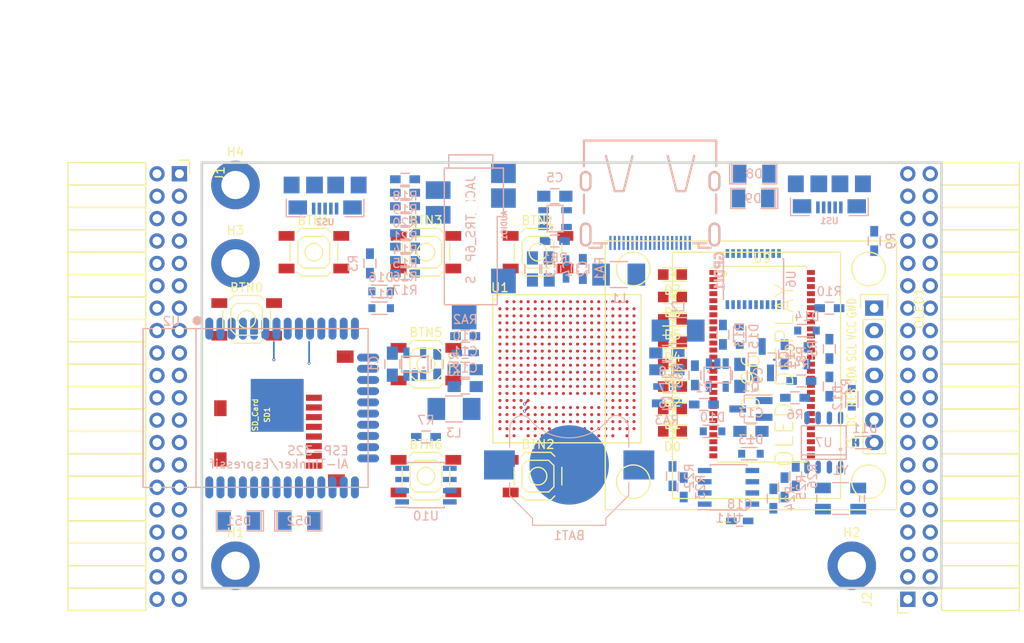
<source format=kicad_pcb>
(kicad_pcb (version 4) (host pcbnew 4.0.5+dfsg1-4)
  (layers (0 F.Cu signal) (1 In1.Cu signal) (2 In2.Cu signal) (31 B.Cu signal) (34 B.Paste user) (35 F.Paste user) (36 B.SilkS user) (37 F.SilkS user) (38 B.Mask user) (39 F.Mask user) (44 Edge.Cuts user))
  (net 0 "")
  (net 1 GND)
  (net 2 +5V)
  (net 3 /gpio/IN5V)
  (net 4 /gpio/OUT5V)
  (net 5 +3V3)
  (net 6 "Net-(L1-Pad1)")
  (net 7 "Net-(L2-Pad1)")
  (net 8 +1V2)
  (net 9 BTN_D)
  (net 10 BTN_F1)
  (net 11 BTN_F2)
  (net 12 BTN_L)
  (net 13 BTN_R)
  (net 14 BTN_U)
  (net 15 /power/FB1)
  (net 16 +2V5)
  (net 17 "Net-(L3-Pad1)")
  (net 18 /power/PWREN)
  (net 19 /power/FB3)
  (net 20 /power/FB2)
  (net 21 "Net-(D9-Pad1)")
  (net 22 /power/VBAT)
  (net 23 SD_3)
  (net 24 JTAG_TDI)
  (net 25 JTAG_TCK)
  (net 26 JTAG_TMS)
  (net 27 JTAG_TDO)
  (net 28 /power/WAKEUPn)
  (net 29 /power/WKUP)
  (net 30 /power/SHUT)
  (net 31 /power/WAKE)
  (net 32 /power/HOLD)
  (net 33 /power/WKn)
  (net 34 /power/OSCI_32k)
  (net 35 /power/OSCO_32k)
  (net 36 FTDI_nSUSPEND)
  (net 37 USB_FTDI_DM)
  (net 38 USB_FTDI_DP)
  (net 39 "Net-(Q2-Pad3)")
  (net 40 SHUTDOWN)
  (net 41 /analog/AUDIO_L)
  (net 42 /analog/AUDIO_R)
  (net 43 GPDI_5V_SCL)
  (net 44 GPDI_5V_SDA)
  (net 45 GPDI_SDA)
  (net 46 GPDI_SCL)
  (net 47 /gpdi/VREF2)
  (net 48 /blinkey/BTNPU)
  (net 49 SD_CMD)
  (net 50 SD_CLK)
  (net 51 SD_D0)
  (net 52 SD_D1)
  (net 53 USB5V)
  (net 54 /gpio/B11)
  (net 55 /gpio/C11)
  (net 56 /gpio/A10)
  (net 57 /gpio/A11)
  (net 58 /gpio/B10)
  (net 59 /gpio/A9)
  (net 60 /gpio/C10)
  (net 61 /gpio/B9)
  (net 62 /gpio/E9)
  (net 63 /gpio/D9)
  (net 64 /gpio/A8)
  (net 65 /gpio/A7)
  (net 66 /gpio/B8)
  (net 67 /gpio/C8)
  (net 68 /gpio/D8)
  (net 69 /gpio/E8)
  (net 70 /gpio/C7)
  (net 71 /gpio/C6)
  (net 72 /gpio/D7)
  (net 73 /gpio/E7)
  (net 74 /gpio/D6)
  (net 75 /gpio/E6)
  (net 76 /gpio/B6)
  (net 77 /gpio/A6)
  (net 78 /gpio/A19)
  (net 79 /gpio/B20)
  (net 80 /gpio/A18)
  (net 81 /gpio/B19)
  (net 82 /gpio/A17)
  (net 83 /gpio/B18)
  (net 84 /gpio/B17)
  (net 85 /gpio/C17)
  (net 86 /gpio/C16)
  (net 87 /gpio/D16)
  (net 88 /gpio/A16)
  (net 89 /gpio/B16)
  (net 90 /gpio/D15)
  (net 91 /gpio/E15)
  (net 92 /gpio/B15)
  (net 93 /gpio/C15)
  (net 94 /gpio/D14)
  (net 95 /gpio/E14)
  (net 96 /gpio/A14)
  (net 97 /gpio/C14)
  (net 98 /gpio/D13)
  (net 99 /gpio/E13)
  (net 100 /gpio/B13)
  (net 101 /gpio/C13)
  (net 102 /gpio/A12)
  (net 103 /gpio/A13)
  (net 104 /gpio/D12)
  (net 105 /gpio/E12)
  (net 106 /gpio/B12)
  (net 107 /gpio/C12)
  (net 108 /gpio/D11)
  (net 109 /gpio/E11)
  (net 110 "Net-(BTN0-Pad1)")
  (net 111 LED0)
  (net 112 LED1)
  (net 113 LED2)
  (net 114 LED3)
  (net 115 LED4)
  (net 116 LED5)
  (net 117 LED6)
  (net 118 LED7)
  (net 119 BTN_PWRn)
  (net 120 GPDI_ETH_N)
  (net 121 GPDI_ETH_P)
  (net 122 GPDI_D2_P)
  (net 123 GPDI_D2_N)
  (net 124 GPDI_D1_P)
  (net 125 GPDI_D1_N)
  (net 126 GPDI_D0_P)
  (net 127 GPDI_D0_N)
  (net 128 GPDI_CLK_P)
  (net 129 GPDI_CLK_N)
  (net 130 GPDI_CEC)
  (net 131 nRESET)
  (net 132 /usb/FT3V3)
  (net 133 FTDI_nDTR)
  (module Keystone_3000_1x12mm-CoinCell:Keystone_3000_1x12mm-CoinCell (layer B.Cu) (at 135.73 95.71)
    (fp_text reference BAT1 (at 0 8) (layer B.SilkS) (effects (justify mirror)))
    (fp_text value CR1225)
    (pad 1 smd rect (at -7.9 0) (size 3.5 3.3) (layers B.Cu B.Paste B.Mask) (net 22 /power/VBAT))
    (pad 1 smd rect (at 7.9 0) (size 3.5 3.3) (layers B.Cu B.Paste B.Mask) (net 22 /power/VBAT))
    (pad 2 smd circle (at 0 0) (size 9 9) (layers B.Cu B.Mask) (net 1 GND))
  )
  (module SMD_Packages:SMD-1206_Pol (layer B.Cu) (at 105.149 102.06)
    (fp_text reference D52 (at 0 0) (layer B.SilkS) (effects (justify mirror)))
    (fp_text value 2A)
    (pad 1 smd rect (at -1.651 0) (size 1.524 2.032) (layers B.Cu B.Paste B.Mask) (net 4 /gpio/OUT5V))
    (pad 2 smd rect (at 1.651 0) (size 1.524 2.032) (layers B.Cu B.Paste B.Mask) (net 2 +5V))
  )
  (module SMD_Packages:SMD-1206_Pol (layer B.Cu) (at 98.291 102.06 180)
    (fp_text reference D51 (at 0 0 180) (layer B.SilkS) (effects (justify mirror)))
    (fp_text value 2A)
    (pad 1 smd rect (at -1.651 0 180) (size 1.524 2.032) (layers B.Cu B.Paste B.Mask) (net 2 +5V))
    (pad 2 smd rect (at 1.651 0 180) (size 1.524 2.032) (layers B.Cu B.Paste B.Mask) (net 3 /gpio/IN5V))
  )
  (module micro-sd:MicroSD_TF02D (layer F.Cu) (at 95.8 90.03 90)
    (fp_text reference SD1 (at 0 5.7 90) (layer F.SilkS) (effects (font (size 0.59944 0.59944) (thickness 0.12446))))
    (fp_text value SD_Card (at 0 4.35 90) (layer F.SilkS) (effects (font (size 0.59944 0.59944) (thickness 0.12446))))
    (pad 1 smd rect (at 1.94 11 90) (size 0.7 1.8) (layers F.Cu F.Paste F.Mask) (net 23 SD_3))
    (pad 2 smd rect (at 0.84 11 90) (size 0.7 1.8) (layers F.Cu F.Paste F.Mask) (net 49 SD_CMD))
    (pad 3 smd rect (at -0.26 11 90) (size 0.7 1.8) (layers F.Cu F.Paste F.Mask) (net 1 GND))
    (pad 4 smd rect (at -1.36 11 90) (size 0.7 1.8) (layers F.Cu F.Paste F.Mask) (net 5 +3V3))
    (pad 5 smd rect (at -2.46 11 90) (size 0.7 1.8) (layers F.Cu F.Paste F.Mask) (net 50 SD_CLK))
    (pad 6 smd rect (at -3.56 11 90) (size 0.7 1.8) (layers F.Cu F.Paste F.Mask) (net 1 GND))
    (pad 7 smd rect (at -4.66 11 90) (size 0.7 1.8) (layers F.Cu F.Paste F.Mask) (net 51 SD_D0))
    (pad 8 smd rect (at -5.76 11 90) (size 0.7 1.8) (layers F.Cu F.Paste F.Mask) (net 52 SD_D1))
    (pad S smd rect (at -5.05 0.4 90) (size 1.6 1.4) (layers F.Cu F.Paste F.Mask))
    (pad S smd rect (at 0.75 0.4 90) (size 1.8 1.4) (layers F.Cu F.Paste F.Mask))
    (pad G smd rect (at -7.45 13.55 90) (size 1.4 1.9) (layers F.Cu F.Paste F.Mask))
    (pad G smd rect (at 6.6 14.55 90) (size 1.4 1.9) (layers F.Cu F.Paste F.Mask))
  )
  (module Resistors_SMD:R_1210_HandSoldering (layer B.Cu) (at 141.344 74.12)
    (fp_text reference L1 (at 0 2.7) (layer B.SilkS) (effects (justify mirror)))
    (fp_text value 2.2uH)
    (pad 1 smd rect (at -2 0) (size 2 2.5) (layers B.Cu B.Paste B.Mask) (net 6 "Net-(L1-Pad1)"))
    (pad 2 smd rect (at 2 0) (size 2 2.5) (layers B.Cu B.Paste B.Mask) (net 8 +1V2))
  )
  (module TSOT-25:TSOT-25 (layer B.Cu) (at 134.135 67.77 90)
    (fp_text reference U3 (at 0 -0.5 90) (layer B.SilkS) (effects (font (size 0.15 0.15) (thickness 0.0375)) (justify mirror)))
    (fp_text value AP3429A)
    (pad 1 smd rect (at -0.95 -1.3 90) (size 0.7 1.2) (layers B.Cu B.Paste B.Mask) (net 18 /power/PWREN))
    (pad 2 smd rect (at 0 -1.3 90) (size 0.7 1.2) (layers B.Cu B.Paste B.Mask) (net 1 GND))
    (pad 3 smd rect (at 0.95 -1.3 90) (size 0.7 1.2) (layers B.Cu B.Paste B.Mask) (net 6 "Net-(L1-Pad1)"))
    (pad 4 smd rect (at 0.95 1.3 90) (size 0.7 1.2) (layers B.Cu B.Paste B.Mask) (net 2 +5V))
    (pad 5 smd rect (at -0.95 1.3 90) (size 0.7 1.2) (layers B.Cu B.Paste B.Mask) (net 15 /power/FB1))
  )
  (module Resistors_SMD:R_1210_HandSoldering (layer B.Cu) (at 148.075 80.47 180)
    (fp_text reference L2 (at 0 2.7 180) (layer B.SilkS) (effects (justify mirror)))
    (fp_text value 2.2uH)
    (pad 1 smd rect (at -2 0 180) (size 2 2.5) (layers B.Cu B.Paste B.Mask) (net 7 "Net-(L2-Pad1)"))
    (pad 2 smd rect (at 2 0 180) (size 2 2.5) (layers B.Cu B.Paste B.Mask) (net 5 +3V3))
  )
  (module TSOT-25:TSOT-25 (layer B.Cu) (at 152.52 85.52)
    (fp_text reference U4 (at 0 -0.5) (layer B.SilkS) (effects (font (size 0.15 0.15) (thickness 0.0375)) (justify mirror)))
    (fp_text value AP3429A)
    (pad 1 smd rect (at -0.95 -1.3) (size 0.7 1.2) (layers B.Cu B.Paste B.Mask) (net 18 /power/PWREN))
    (pad 2 smd rect (at 0 -1.3) (size 0.7 1.2) (layers B.Cu B.Paste B.Mask) (net 1 GND))
    (pad 3 smd rect (at 0.95 -1.3) (size 0.7 1.2) (layers B.Cu B.Paste B.Mask) (net 7 "Net-(L2-Pad1)"))
    (pad 4 smd rect (at 0.95 1.3) (size 0.7 1.2) (layers B.Cu B.Paste B.Mask) (net 2 +5V))
    (pad 5 smd rect (at -0.95 1.3) (size 0.7 1.2) (layers B.Cu B.Paste B.Mask) (net 19 /power/FB3))
  )
  (module Buttons_Switches_SMD:SW_SPST_SKQG (layer F.Cu) (at 132.2 71.58)
    (fp_text reference BTN1 (at 0 -3.6) (layer F.SilkS))
    (fp_text value FIRE1)
    (pad 1 smd rect (at -3.1 -1.85) (size 1.8 1.1) (layers F.Cu F.Paste F.Mask) (net 48 /blinkey/BTNPU))
    (pad 1 smd rect (at 3.1 -1.85) (size 1.8 1.1) (layers F.Cu F.Paste F.Mask) (net 48 /blinkey/BTNPU))
    (pad 2 smd rect (at -3.1 1.85) (size 1.8 1.1) (layers F.Cu F.Paste F.Mask) (net 10 BTN_F1))
    (pad 2 smd rect (at 3.1 1.85) (size 1.8 1.1) (layers F.Cu F.Paste F.Mask) (net 10 BTN_F1))
  )
  (module Buttons_Switches_SMD:SW_SPST_SKQG (layer F.Cu) (at 132.2 96.98)
    (fp_text reference BTN2 (at 0 -3.6) (layer F.SilkS))
    (fp_text value FIRE2)
    (pad 1 smd rect (at -3.1 -1.85) (size 1.8 1.1) (layers F.Cu F.Paste F.Mask) (net 48 /blinkey/BTNPU))
    (pad 1 smd rect (at 3.1 -1.85) (size 1.8 1.1) (layers F.Cu F.Paste F.Mask) (net 48 /blinkey/BTNPU))
    (pad 2 smd rect (at -3.1 1.85) (size 1.8 1.1) (layers F.Cu F.Paste F.Mask) (net 11 BTN_F2))
    (pad 2 smd rect (at 3.1 1.85) (size 1.8 1.1) (layers F.Cu F.Paste F.Mask) (net 11 BTN_F2))
  )
  (module Buttons_Switches_SMD:SW_SPST_SKQG (layer F.Cu) (at 119.5 71.58)
    (fp_text reference BTN3 (at 0 -3.6) (layer F.SilkS))
    (fp_text value UP)
    (pad 1 smd rect (at -3.1 -1.85) (size 1.8 1.1) (layers F.Cu F.Paste F.Mask) (net 48 /blinkey/BTNPU))
    (pad 1 smd rect (at 3.1 -1.85) (size 1.8 1.1) (layers F.Cu F.Paste F.Mask) (net 48 /blinkey/BTNPU))
    (pad 2 smd rect (at -3.1 1.85) (size 1.8 1.1) (layers F.Cu F.Paste F.Mask) (net 14 BTN_U))
    (pad 2 smd rect (at 3.1 1.85) (size 1.8 1.1) (layers F.Cu F.Paste F.Mask) (net 14 BTN_U))
  )
  (module Buttons_Switches_SMD:SW_SPST_SKQG (layer F.Cu) (at 106.8 71.58)
    (fp_text reference BTN4 (at 0 -3.6) (layer F.SilkS))
    (fp_text value DOWN)
    (pad 1 smd rect (at -3.1 -1.85) (size 1.8 1.1) (layers F.Cu F.Paste F.Mask) (net 48 /blinkey/BTNPU))
    (pad 1 smd rect (at 3.1 -1.85) (size 1.8 1.1) (layers F.Cu F.Paste F.Mask) (net 48 /blinkey/BTNPU))
    (pad 2 smd rect (at -3.1 1.85) (size 1.8 1.1) (layers F.Cu F.Paste F.Mask) (net 9 BTN_D))
    (pad 2 smd rect (at 3.1 1.85) (size 1.8 1.1) (layers F.Cu F.Paste F.Mask) (net 9 BTN_D))
  )
  (module Buttons_Switches_SMD:SW_SPST_SKQG (layer F.Cu) (at 119.5 84.28)
    (fp_text reference BTN5 (at 0 -3.6) (layer F.SilkS))
    (fp_text value LEFT)
    (pad 1 smd rect (at -3.1 -1.85) (size 1.8 1.1) (layers F.Cu F.Paste F.Mask) (net 48 /blinkey/BTNPU))
    (pad 1 smd rect (at 3.1 -1.85) (size 1.8 1.1) (layers F.Cu F.Paste F.Mask) (net 48 /blinkey/BTNPU))
    (pad 2 smd rect (at -3.1 1.85) (size 1.8 1.1) (layers F.Cu F.Paste F.Mask) (net 12 BTN_L))
    (pad 2 smd rect (at 3.1 1.85) (size 1.8 1.1) (layers F.Cu F.Paste F.Mask) (net 12 BTN_L))
  )
  (module Buttons_Switches_SMD:SW_SPST_SKQG (layer F.Cu) (at 119.5 96.98)
    (fp_text reference BTN6 (at 0 -3.6) (layer F.SilkS))
    (fp_text value RIGHT)
    (pad 1 smd rect (at -3.1 -1.85) (size 1.8 1.1) (layers F.Cu F.Paste F.Mask) (net 48 /blinkey/BTNPU))
    (pad 1 smd rect (at 3.1 -1.85) (size 1.8 1.1) (layers F.Cu F.Paste F.Mask) (net 48 /blinkey/BTNPU))
    (pad 2 smd rect (at -3.1 1.85) (size 1.8 1.1) (layers F.Cu F.Paste F.Mask) (net 13 BTN_R))
    (pad 2 smd rect (at 3.1 1.85) (size 1.8 1.1) (layers F.Cu F.Paste F.Mask) (net 13 BTN_R))
  )
  (module LEDs:LED_0805 (layer F.Cu) (at 147.44 91.9 180)
    (fp_text reference D0 (at 0 -1.75 180) (layer F.SilkS))
    (fp_text value LED)
    (pad 2 smd rect (at 1.04902 0) (size 1.19888 1.19888) (layers F.Cu F.Paste F.Mask) (net 111 LED0))
    (pad 1 smd rect (at -1.04902 0) (size 1.19888 1.19888) (layers F.Cu F.Paste F.Mask) (net 1 GND))
  )
  (module LEDs:LED_0805 (layer F.Cu) (at 147.44 89.36 180)
    (fp_text reference D1 (at 0 -1.75 180) (layer F.SilkS))
    (fp_text value LED)
    (pad 2 smd rect (at 1.04902 0) (size 1.19888 1.19888) (layers F.Cu F.Paste F.Mask) (net 112 LED1))
    (pad 1 smd rect (at -1.04902 0) (size 1.19888 1.19888) (layers F.Cu F.Paste F.Mask) (net 1 GND))
  )
  (module LEDs:LED_0805 (layer F.Cu) (at 147.44 86.82 180)
    (fp_text reference D2 (at 0 -1.75 180) (layer F.SilkS))
    (fp_text value LED)
    (pad 2 smd rect (at 1.04902 0) (size 1.19888 1.19888) (layers F.Cu F.Paste F.Mask) (net 113 LED2))
    (pad 1 smd rect (at -1.04902 0) (size 1.19888 1.19888) (layers F.Cu F.Paste F.Mask) (net 1 GND))
  )
  (module LEDs:LED_0805 (layer F.Cu) (at 147.44 84.28 180)
    (fp_text reference D3 (at 0 -1.75 180) (layer F.SilkS))
    (fp_text value LED)
    (pad 2 smd rect (at 1.04902 0) (size 1.19888 1.19888) (layers F.Cu F.Paste F.Mask) (net 114 LED3))
    (pad 1 smd rect (at -1.04902 0) (size 1.19888 1.19888) (layers F.Cu F.Paste F.Mask) (net 1 GND))
  )
  (module LEDs:LED_0805 (layer F.Cu) (at 147.44 81.74 180)
    (fp_text reference D4 (at 0 -1.75 180) (layer F.SilkS))
    (fp_text value LED)
    (pad 2 smd rect (at 1.04902 0) (size 1.19888 1.19888) (layers F.Cu F.Paste F.Mask) (net 115 LED4))
    (pad 1 smd rect (at -1.04902 0) (size 1.19888 1.19888) (layers F.Cu F.Paste F.Mask) (net 1 GND))
  )
  (module LEDs:LED_0805 (layer F.Cu) (at 147.44 79.2 180)
    (fp_text reference D5 (at 0 -1.75 180) (layer F.SilkS))
    (fp_text value LED)
    (pad 2 smd rect (at 1.04902 0) (size 1.19888 1.19888) (layers F.Cu F.Paste F.Mask) (net 116 LED5))
    (pad 1 smd rect (at -1.04902 0) (size 1.19888 1.19888) (layers F.Cu F.Paste F.Mask) (net 1 GND))
  )
  (module LEDs:LED_0805 (layer F.Cu) (at 147.44 76.66 180)
    (fp_text reference D6 (at 0 -1.75 180) (layer F.SilkS))
    (fp_text value LED)
    (pad 2 smd rect (at 1.04902 0) (size 1.19888 1.19888) (layers F.Cu F.Paste F.Mask) (net 117 LED6))
    (pad 1 smd rect (at -1.04902 0) (size 1.19888 1.19888) (layers F.Cu F.Paste F.Mask) (net 1 GND))
  )
  (module LEDs:LED_0805 (layer F.Cu) (at 147.44 74.12 180)
    (fp_text reference D7 (at 0 -1.75 180) (layer F.SilkS))
    (fp_text value LED)
    (pad 2 smd rect (at 1.04902 0) (size 1.19888 1.19888) (layers F.Cu F.Paste F.Mask) (net 118 LED7))
    (pad 1 smd rect (at -1.04902 0) (size 1.19888 1.19888) (layers F.Cu F.Paste F.Mask) (net 1 GND))
  )
  (module Resistors_SMD:R_1210_HandSoldering (layer B.Cu) (at 122.675 89.36)
    (fp_text reference L3 (at 0 2.7) (layer B.SilkS) (effects (justify mirror)))
    (fp_text value 2.2uH)
    (pad 1 smd rect (at -2 0) (size 2 2.5) (layers B.Cu B.Paste B.Mask) (net 17 "Net-(L3-Pad1)"))
    (pad 2 smd rect (at 2 0) (size 2 2.5) (layers B.Cu B.Paste B.Mask) (net 16 +2V5))
  )
  (module TSOT-25:TSOT-25 (layer B.Cu) (at 118.23 84.28 180)
    (fp_text reference U5 (at 0 -0.5 180) (layer B.SilkS) (effects (font (size 0.15 0.15) (thickness 0.0375)) (justify mirror)))
    (fp_text value AP3429A)
    (pad 1 smd rect (at -0.95 -1.3 180) (size 0.7 1.2) (layers B.Cu B.Paste B.Mask) (net 18 /power/PWREN))
    (pad 2 smd rect (at 0 -1.3 180) (size 0.7 1.2) (layers B.Cu B.Paste B.Mask) (net 1 GND))
    (pad 3 smd rect (at 0.95 -1.3 180) (size 0.7 1.2) (layers B.Cu B.Paste B.Mask) (net 17 "Net-(L3-Pad1)"))
    (pad 4 smd rect (at 0.95 1.3 180) (size 0.7 1.2) (layers B.Cu B.Paste B.Mask) (net 2 +5V))
    (pad 5 smd rect (at -0.95 1.3 180) (size 0.7 1.2) (layers B.Cu B.Paste B.Mask) (net 20 /power/FB2))
  )
  (module Capacitors_SMD:C_0805_HandSoldering (layer B.Cu) (at 115.69 84.28 270)
    (fp_text reference C1 (at 0 2.1 270) (layer B.SilkS) (effects (justify mirror)))
    (fp_text value 22uF)
    (pad 1 smd rect (at -1.25 0 270) (size 1.5 1.25) (layers B.Cu B.Paste B.Mask) (net 2 +5V))
    (pad 2 smd rect (at 1.25 0 270) (size 1.5 1.25) (layers B.Cu B.Paste B.Mask) (net 1 GND))
  )
  (module Capacitors_SMD:C_0805_HandSoldering (layer B.Cu) (at 131.565 73.485 90)
    (fp_text reference C3 (at 0 2.1 90) (layer B.SilkS) (effects (justify mirror)))
    (fp_text value 22uF)
    (pad 1 smd rect (at -1.25 0 90) (size 1.5 1.25) (layers B.Cu B.Paste B.Mask) (net 8 +1V2))
    (pad 2 smd rect (at 1.25 0 90) (size 1.5 1.25) (layers B.Cu B.Paste B.Mask) (net 1 GND))
  )
  (module Capacitors_SMD:C_0805_HandSoldering (layer B.Cu) (at 133.47 73.485 90)
    (fp_text reference C4 (at 0 2.1 90) (layer B.SilkS) (effects (justify mirror)))
    (fp_text value 22uF)
    (pad 1 smd rect (at -1.25 0 90) (size 1.5 1.25) (layers B.Cu B.Paste B.Mask) (net 8 +1V2))
    (pad 2 smd rect (at 1.25 0 90) (size 1.5 1.25) (layers B.Cu B.Paste B.Mask) (net 1 GND))
  )
  (module Capacitors_SMD:C_0805_HandSoldering (layer B.Cu) (at 134.105 65.23 180)
    (fp_text reference C5 (at 0 2.1 180) (layer B.SilkS) (effects (justify mirror)))
    (fp_text value 22uF)
    (pad 1 smd rect (at -1.25 0 180) (size 1.5 1.25) (layers B.Cu B.Paste B.Mask) (net 2 +5V))
    (pad 2 smd rect (at 1.25 0 180) (size 1.5 1.25) (layers B.Cu B.Paste B.Mask) (net 1 GND))
  )
  (module Capacitors_SMD:C_0805_HandSoldering (layer B.Cu) (at 146.805 84.915)
    (fp_text reference C7 (at 0 2.1) (layer B.SilkS) (effects (justify mirror)))
    (fp_text value 22uF)
    (pad 1 smd rect (at -1.25 0) (size 1.5 1.25) (layers B.Cu B.Paste B.Mask) (net 5 +3V3))
    (pad 2 smd rect (at 1.25 0) (size 1.5 1.25) (layers B.Cu B.Paste B.Mask) (net 1 GND))
  )
  (module Capacitors_SMD:C_0805_HandSoldering (layer B.Cu) (at 146.805 83.01)
    (fp_text reference C8 (at 0 2.1) (layer B.SilkS) (effects (justify mirror)))
    (fp_text value 22uF)
    (pad 1 smd rect (at -1.25 0) (size 1.5 1.25) (layers B.Cu B.Paste B.Mask) (net 5 +3V3))
    (pad 2 smd rect (at 1.25 0) (size 1.5 1.25) (layers B.Cu B.Paste B.Mask) (net 1 GND))
  )
  (module Capacitors_SMD:C_0805_HandSoldering (layer B.Cu) (at 155.06 85.55 90)
    (fp_text reference C9 (at 0 2.1 90) (layer B.SilkS) (effects (justify mirror)))
    (fp_text value 22uF)
    (pad 1 smd rect (at -1.25 0 90) (size 1.5 1.25) (layers B.Cu B.Paste B.Mask) (net 2 +5V))
    (pad 2 smd rect (at 1.25 0 90) (size 1.5 1.25) (layers B.Cu B.Paste B.Mask) (net 1 GND))
  )
  (module Capacitors_SMD:C_0805_HandSoldering (layer B.Cu) (at 123.945 84.915 180)
    (fp_text reference C11 (at 0 2.1 180) (layer B.SilkS) (effects (justify mirror)))
    (fp_text value 22uF)
    (pad 1 smd rect (at -1.25 0 180) (size 1.5 1.25) (layers B.Cu B.Paste B.Mask) (net 16 +2V5))
    (pad 2 smd rect (at 1.25 0 180) (size 1.5 1.25) (layers B.Cu B.Paste B.Mask) (net 1 GND))
  )
  (module Capacitors_SMD:C_0805_HandSoldering (layer B.Cu) (at 123.945 86.82 180)
    (fp_text reference C12 (at 0 2.1 180) (layer B.SilkS) (effects (justify mirror)))
    (fp_text value 22uF)
    (pad 1 smd rect (at -1.25 0 180) (size 1.5 1.25) (layers B.Cu B.Paste B.Mask) (net 16 +2V5))
    (pad 2 smd rect (at 1.25 0 180) (size 1.5 1.25) (layers B.Cu B.Paste B.Mask) (net 1 GND))
  )
  (module SMD_Packages:SMD-1206_Pol (layer B.Cu) (at 156.711 62.69)
    (fp_text reference D8 (at 0 0) (layer B.SilkS) (effects (justify mirror)))
    (fp_text value 2A)
    (pad 1 smd rect (at -1.651 0) (size 1.524 2.032) (layers B.Cu B.Paste B.Mask) (net 2 +5V))
    (pad 2 smd rect (at 1.651 0) (size 1.524 2.032) (layers B.Cu B.Paste B.Mask) (net 53 USB5V))
  )
  (module SMD_Packages:SMD-1206_Pol (layer B.Cu) (at 156.584 65.484 180)
    (fp_text reference D9 (at 0 0 180) (layer B.SilkS) (effects (justify mirror)))
    (fp_text value 2A)
    (pad 1 smd rect (at -1.651 0 180) (size 1.524 2.032) (layers B.Cu B.Paste B.Mask) (net 21 "Net-(D9-Pad1)"))
    (pad 2 smd rect (at 1.651 0 180) (size 1.524 2.032) (layers B.Cu B.Paste B.Mask) (net 2 +5V))
  )
  (module Power_Integrations:SO-8 (layer B.Cu) (at 164.585 93.17 180)
    (fp_text reference U7 (at 0 0 180) (layer B.SilkS) (effects (justify mirror)))
    (fp_text value PCF8523)
    (pad 1 smd oval (at -1.905 -2.794 180) (size 0.6096 1.4732) (layers B.Cu B.Paste B.Mask) (net 34 /power/OSCI_32k))
    (pad 2 smd oval (at -0.635 -2.794 180) (size 0.6096 1.4732) (layers B.Cu B.Paste B.Mask) (net 35 /power/OSCO_32k))
    (pad 3 smd oval (at 0.635 -2.794 180) (size 0.6096 1.4732) (layers B.Cu B.Paste B.Mask) (net 22 /power/VBAT))
    (pad 4 smd oval (at 1.905 -2.794 180) (size 0.6096 1.4732) (layers B.Cu B.Paste B.Mask) (net 1 GND))
    (pad 5 smd oval (at 1.905 2.794 180) (size 0.6096 1.4732) (layers B.Cu B.Paste B.Mask))
    (pad 6 smd oval (at 0.635 2.794 180) (size 0.6096 1.4732) (layers B.Cu B.Paste B.Mask))
    (pad 7 smd oval (at -0.635 2.794 180) (size 0.6096 1.4732) (layers B.Cu B.Paste B.Mask) (net 28 /power/WAKEUPn))
    (pad 8 smd oval (at -1.905 2.794 180) (size 0.6096 1.4732) (layers B.Cu B.Paste B.Mask) (net 16 +2V5))
  )
  (module Capacitors_SMD:C_0805_HandSoldering (layer B.Cu) (at 156.33 91.9 180)
    (fp_text reference C13 (at 0 2.1 180) (layer B.SilkS) (effects (justify mirror)))
    (fp_text value 2.2uF)
    (pad 1 smd rect (at -1.25 0 180) (size 1.5 1.25) (layers B.Cu B.Paste B.Mask) (net 2 +5V))
    (pad 2 smd rect (at 1.25 0 180) (size 1.5 1.25) (layers B.Cu B.Paste B.Mask) (net 29 /power/WKUP))
  )
  (module Diodes_SMD:D_0805 (layer B.Cu) (at 151.978 91.9)
    (fp_text reference D10 (at 0 -1.6) (layer B.SilkS) (effects (justify mirror)))
    (fp_text value 1N4148)
    (pad 1 smd rect (at -1.05 0) (size 0.8 0.9) (layers B.Cu B.Paste B.Mask) (net 31 /power/WAKE))
    (pad 2 smd rect (at 1.05 0) (size 0.8 0.9) (layers B.Cu B.Paste B.Mask) (net 29 /power/WKUP))
  )
  (module Diodes_SMD:D_0805 (layer B.Cu) (at 169.25 93.17)
    (fp_text reference D11 (at 0 -1.6) (layer B.SilkS) (effects (justify mirror)))
    (fp_text value 1N4148)
    (pad 1 smd rect (at -1.05 0) (size 0.8 0.9) (layers B.Cu B.Paste B.Mask) (net 32 /power/HOLD))
    (pad 2 smd rect (at 1.05 0) (size 0.8 0.9) (layers B.Cu B.Paste B.Mask) (net 5 +3V3))
  )
  (module Diodes_SMD:D_0805 (layer B.Cu) (at 155.06 81.105 270)
    (fp_text reference D15 (at 0 -1.6 270) (layer B.SilkS) (effects (justify mirror)))
    (fp_text value BAT42)
    (pad 1 smd rect (at -1.05 0 270) (size 0.8 0.9) (layers B.Cu B.Paste B.Mask) (net 30 /power/SHUT))
    (pad 2 smd rect (at 1.05 0 270) (size 0.8 0.9) (layers B.Cu B.Paste B.Mask) (net 40 SHUTDOWN))
  )
  (module Diodes_SMD:D_0805 (layer B.Cu) (at 167.76 88.09 90)
    (fp_text reference D12 (at 0 -1.6 90) (layer B.SilkS) (effects (justify mirror)))
    (fp_text value 1N4148)
    (pad 1 smd rect (at -1.05 0 90) (size 0.8 0.9) (layers B.Cu B.Paste B.Mask) (net 18 /power/PWREN))
    (pad 2 smd rect (at 1.05 0 90) (size 0.8 0.9) (layers B.Cu B.Paste B.Mask) (net 36 FTDI_nSUSPEND))
  )
  (module usb_otg:USB-MICRO-B-FCI-10118192-0001LF (layer B.Cu) (at 165.22 63.825)
    (fp_text reference US1 (at 0 4.2) (layer B.SilkS) (effects (font (size 0.7 0.7)) (justify mirror)))
    (fp_text value USB_FTDI hide)
    (pad 6 smd rect (at -3.1 2.55) (size 2.1 1.6) (layers B.Cu B.Paste B.Mask) (net 1 GND))
    (pad 6 smd rect (at 3.1 2.55) (size 2.1 1.6) (layers B.Cu B.Paste B.Mask) (net 1 GND))
    (pad "" smd rect (at -1.2 0) (size 1.9 1.9) (layers B.Cu B.Paste B.Mask))
    (pad "" smd rect (at 1.2 0) (size 1.9 1.9) (layers B.Cu B.Paste B.Mask))
    (pad 1 smd rect (at -1.3 2.675) (size 0.4 1.35) (layers B.Cu B.Paste B.Mask) (net 53 USB5V))
    (pad 2 smd rect (at -0.65 2.675) (size 0.4 1.35) (layers B.Cu B.Paste B.Mask) (net 37 USB_FTDI_DM))
    (pad 3 smd rect (at 0 2.675) (size 0.4 1.35) (layers B.Cu B.Paste B.Mask) (net 38 USB_FTDI_DP))
    (pad 4 smd rect (at 0.65 2.675) (size 0.4 1.35) (layers B.Cu B.Paste B.Mask))
    (pad 5 smd rect (at 1.3 2.675) (size 0.4 1.35) (layers B.Cu B.Paste B.Mask) (net 1 GND))
    (pad "" smd rect (at -3.8 0) (size 1.8 1.9) (layers B.Cu B.Paste B.Mask))
    (pad "" smd rect (at 3.8 0) (size 1.8 1.9) (layers B.Cu B.Paste B.Mask))
  )
  (module usb_otg:USB-MICRO-B-FCI-10118192-0001LF (layer B.Cu) (at 108.07 63.96)
    (fp_text reference US2 (at 0 4.2) (layer B.SilkS) (effects (font (size 0.7 0.7)) (justify mirror)))
    (fp_text value USB_FPGA hide)
    (pad 6 smd rect (at -3.1 2.55) (size 2.1 1.6) (layers B.Cu B.Paste B.Mask) (net 1 GND))
    (pad 6 smd rect (at 3.1 2.55) (size 2.1 1.6) (layers B.Cu B.Paste B.Mask) (net 1 GND))
    (pad "" smd rect (at -1.2 0) (size 1.9 1.9) (layers B.Cu B.Paste B.Mask))
    (pad "" smd rect (at 1.2 0) (size 1.9 1.9) (layers B.Cu B.Paste B.Mask))
    (pad 1 smd rect (at -1.3 2.675) (size 0.4 1.35) (layers B.Cu B.Paste B.Mask) (net 21 "Net-(D9-Pad1)"))
    (pad 2 smd rect (at -0.65 2.675) (size 0.4 1.35) (layers B.Cu B.Paste B.Mask))
    (pad 3 smd rect (at 0 2.675) (size 0.4 1.35) (layers B.Cu B.Paste B.Mask))
    (pad 4 smd rect (at 0.65 2.675) (size 0.4 1.35) (layers B.Cu B.Paste B.Mask))
    (pad 5 smd rect (at 1.3 2.675) (size 0.4 1.35) (layers B.Cu B.Paste B.Mask) (net 1 GND))
    (pad "" smd rect (at -3.8 0) (size 1.8 1.9) (layers B.Cu B.Paste B.Mask))
    (pad "" smd rect (at 3.8 0) (size 1.8 1.9) (layers B.Cu B.Paste B.Mask))
  )
  (module audio-jack:CUI_SJ-43516-SMT (layer B.Cu) (at 124.58 69.04 270)
    (fp_text reference AUDIO1 (at -0.5 -3.8 270) (layer B.SilkS) (effects (font (size 0.6096 0.6096) (thickness 0.1524)) (justify mirror)))
    (fp_text value JACK_TRS_6PINS (at 0 0 270) (layer B.SilkS) (effects (justify mirror)))
    (pad 1 smd rect (at -6.4 -3.7 270) (size 2.2 2.8) (layers B.Cu B.Paste B.Mask) (net 41 /analog/AUDIO_L))
    (pad 4 smd rect (at -3.6 -3.7 270) (size 2.2 2.8) (layers B.Cu B.Paste B.Mask))
    (pad 2 smd rect (at 5.8 -3.7 270) (size 2.8 2.8) (layers B.Cu B.Paste B.Mask) (net 1 GND))
    (pad 5 smd rect (at 9.9 0.75 270) (size 2.8 2.8) (layers B.Cu B.Paste B.Mask))
    (pad 3 smd rect (at -1.7 3.7 270) (size 2 2.8) (layers B.Cu B.Paste B.Mask) (net 42 /analog/AUDIO_R))
    (pad 6 smd rect (at -4.5 3.7 270) (size 2 2.8) (layers B.Cu B.Paste B.Mask))
    (pad "" np_thru_hole circle (at -2.5 0 270) (size 1.7 1.7) (drill 1.7) (layers *.Cu *.Mask B.SilkS) (clearance 0.4))
    (pad "" np_thru_hole circle (at 4.5 0 270) (size 1.7 1.7) (drill 1.7) (layers *.Cu *.Mask B.SilkS) (clearance 0.4))
  )
  (module abs25:Crystal_SMD_ABS25 (layer B.Cu) (at 166.49 99.52 180)
    (fp_text reference Y1 (at 0 3.2 180) (layer B.SilkS) (effects (justify mirror)))
    (fp_text value 32768Hz)
    (pad 4 smd rect (at -2 1.2 180) (size 1.8 1.2) (layers B.Cu B.Paste B.Mask) (net 35 /power/OSCO_32k))
    (pad 3 smd rect (at 2 1.2 180) (size 1.8 1.2) (layers B.Cu B.Paste B.Mask))
    (pad 2 smd rect (at 2 -1.2 180) (size 1.8 1.2) (layers B.Cu B.Paste B.Mask))
    (pad 1 smd rect (at -2 -1.2 180) (size 1.8 1.2) (layers B.Cu B.Paste B.Mask) (net 34 /power/OSCI_32k))
  )
  (module TSOP54:TSOP54 (layer F.Cu) (at 157.6 84.28)
    (fp_text reference U9 (at 0 -12) (layer F.SilkS))
    (fp_text value MT48LC16M16A2TG)
    (pad 28 smd rect (at 5.53 10.4) (size 0.9 0.56) (layers F.Cu F.Paste F.Mask) (net 1 GND))
    (pad 1 smd rect (at -5.53 -10.4) (size 0.9 0.56) (layers F.Cu F.Paste F.Mask) (net 5 +3V3))
    (pad 2 smd rect (at -5.53 -9.6) (size 0.9 0.56) (layers F.Cu F.Paste F.Mask))
    (pad 3 smd rect (at -5.53 -8.8) (size 0.9 0.56) (layers F.Cu F.Paste F.Mask) (net 5 +3V3))
    (pad 4 smd rect (at -5.53 -8) (size 0.9 0.56) (layers F.Cu F.Paste F.Mask))
    (pad 5 smd rect (at -5.53 -7.2) (size 0.9 0.56) (layers F.Cu F.Paste F.Mask))
    (pad 6 smd rect (at -5.53 -6.4) (size 0.9 0.56) (layers F.Cu F.Paste F.Mask) (net 1 GND))
    (pad 7 smd rect (at -5.53 -5.6) (size 0.9 0.56) (layers F.Cu F.Paste F.Mask))
    (pad 8 smd rect (at -5.53 -4.8) (size 0.9 0.56) (layers F.Cu F.Paste F.Mask))
    (pad 9 smd rect (at -5.53 -4) (size 0.9 0.56) (layers F.Cu F.Paste F.Mask) (net 5 +3V3))
    (pad 10 smd rect (at -5.53 -3.2) (size 0.9 0.56) (layers F.Cu F.Paste F.Mask))
    (pad 11 smd rect (at -5.53 -2.4) (size 0.9 0.56) (layers F.Cu F.Paste F.Mask))
    (pad 12 smd rect (at -5.53 -1.6) (size 0.9 0.56) (layers F.Cu F.Paste F.Mask) (net 1 GND))
    (pad 13 smd rect (at -5.53 -0.8) (size 0.9 0.56) (layers F.Cu F.Paste F.Mask))
    (pad 14 smd rect (at -5.53 0) (size 0.9 0.56) (layers F.Cu F.Paste F.Mask) (net 5 +3V3))
    (pad 15 smd rect (at -5.53 0.8) (size 0.9 0.56) (layers F.Cu F.Paste F.Mask))
    (pad 16 smd rect (at -5.53 1.6) (size 0.9 0.56) (layers F.Cu F.Paste F.Mask))
    (pad 17 smd rect (at -5.53 2.4) (size 0.9 0.56) (layers F.Cu F.Paste F.Mask))
    (pad 18 smd rect (at -5.53 3.2) (size 0.9 0.56) (layers F.Cu F.Paste F.Mask))
    (pad 19 smd rect (at -5.53 4) (size 0.9 0.56) (layers F.Cu F.Paste F.Mask))
    (pad 20 smd rect (at -5.53 4.8) (size 0.9 0.56) (layers F.Cu F.Paste F.Mask))
    (pad 21 smd rect (at -5.53 5.6) (size 0.9 0.56) (layers F.Cu F.Paste F.Mask))
    (pad 22 smd rect (at -5.53 6.4) (size 0.9 0.56) (layers F.Cu F.Paste F.Mask))
    (pad 23 smd rect (at -5.53 7.2) (size 0.9 0.56) (layers F.Cu F.Paste F.Mask))
    (pad 24 smd rect (at -5.53 8) (size 0.9 0.56) (layers F.Cu F.Paste F.Mask))
    (pad 25 smd rect (at -5.53 8.8) (size 0.9 0.56) (layers F.Cu F.Paste F.Mask))
    (pad 26 smd rect (at -5.53 9.6) (size 0.9 0.56) (layers F.Cu F.Paste F.Mask))
    (pad 27 smd rect (at -5.53 10.4) (size 0.9 0.56) (layers F.Cu F.Paste F.Mask) (net 5 +3V3))
    (pad 29 smd rect (at 5.53 9.6) (size 0.9 0.56) (layers F.Cu F.Paste F.Mask))
    (pad 30 smd rect (at 5.53 8.8) (size 0.9 0.56) (layers F.Cu F.Paste F.Mask))
    (pad 31 smd rect (at 5.53 8) (size 0.9 0.56) (layers F.Cu F.Paste F.Mask))
    (pad 32 smd rect (at 5.53 7.2) (size 0.9 0.56) (layers F.Cu F.Paste F.Mask))
    (pad 33 smd rect (at 5.53 6.4) (size 0.9 0.56) (layers F.Cu F.Paste F.Mask))
    (pad 34 smd rect (at 5.53 5.6) (size 0.9 0.56) (layers F.Cu F.Paste F.Mask))
    (pad 35 smd rect (at 5.53 4.8) (size 0.9 0.56) (layers F.Cu F.Paste F.Mask))
    (pad 36 smd rect (at 5.53 4) (size 0.9 0.56) (layers F.Cu F.Paste F.Mask))
    (pad 37 smd rect (at 5.53 3.2) (size 0.9 0.56) (layers F.Cu F.Paste F.Mask))
    (pad 38 smd rect (at 5.53 2.4) (size 0.9 0.56) (layers F.Cu F.Paste F.Mask))
    (pad 39 smd rect (at 5.53 1.6) (size 0.9 0.56) (layers F.Cu F.Paste F.Mask))
    (pad 40 smd rect (at 5.53 0.8) (size 0.9 0.56) (layers F.Cu F.Paste F.Mask))
    (pad 41 smd rect (at 5.53 0) (size 0.9 0.56) (layers F.Cu F.Paste F.Mask) (net 1 GND))
    (pad 42 smd rect (at 5.53 -0.8) (size 0.9 0.56) (layers F.Cu F.Paste F.Mask))
    (pad 43 smd rect (at 5.53 -1.6) (size 0.9 0.56) (layers F.Cu F.Paste F.Mask) (net 5 +3V3))
    (pad 44 smd rect (at 5.53 -2.4) (size 0.9 0.56) (layers F.Cu F.Paste F.Mask))
    (pad 45 smd rect (at 5.53 -3.2) (size 0.9 0.56) (layers F.Cu F.Paste F.Mask))
    (pad 46 smd rect (at 5.53 -4) (size 0.9 0.56) (layers F.Cu F.Paste F.Mask) (net 1 GND))
    (pad 47 smd rect (at 5.53 -4.8) (size 0.9 0.56) (layers F.Cu F.Paste F.Mask))
    (pad 48 smd rect (at 5.53 -5.6) (size 0.9 0.56) (layers F.Cu F.Paste F.Mask))
    (pad 49 smd rect (at 5.53 -6.4) (size 0.9 0.56) (layers F.Cu F.Paste F.Mask) (net 5 +3V3))
    (pad 50 smd rect (at 5.53 -7.2) (size 0.9 0.56) (layers F.Cu F.Paste F.Mask))
    (pad 51 smd rect (at 5.53 -8) (size 0.9 0.56) (layers F.Cu F.Paste F.Mask))
    (pad 52 smd rect (at 5.53 -8.8) (size 0.9 0.56) (layers F.Cu F.Paste F.Mask) (net 1 GND))
    (pad 53 smd rect (at 5.53 -9.6) (size 0.9 0.56) (layers F.Cu F.Paste F.Mask))
    (pad 54 smd rect (at 5.53 -10.4) (size 0.9 0.56) (layers F.Cu F.Paste F.Mask) (net 1 GND))
  )
  (module TO_SOT_Packages_SMD:SOT-23_Handsoldering (layer B.Cu) (at 156.33 89.36 180)
    (fp_text reference Q1 (at 0 2.5 180) (layer B.SilkS) (effects (justify mirror)))
    (fp_text value BC857)
    (pad 1 smd rect (at -1.5 0.95 180) (size 1.9 0.8) (layers B.Cu B.Paste B.Mask) (net 33 /power/WKn))
    (pad 2 smd rect (at -1.5 -0.95 180) (size 1.9 0.8) (layers B.Cu B.Paste B.Mask) (net 2 +5V))
    (pad 3 smd rect (at 1.5 0 180) (size 1.9 0.8) (layers B.Cu B.Paste B.Mask) (net 29 /power/WKUP))
  )
  (module TO_SOT_Packages_SMD:SOT-23_Handsoldering (layer B.Cu) (at 157.6 83.772 90)
    (fp_text reference Q2 (at 0 2.5 90) (layer B.SilkS) (effects (justify mirror)))
    (fp_text value 2N7002)
    (pad 1 smd rect (at -1.5 0.95 90) (size 1.9 0.8) (layers B.Cu B.Paste B.Mask) (net 30 /power/SHUT))
    (pad 2 smd rect (at -1.5 -0.95 90) (size 1.9 0.8) (layers B.Cu B.Paste B.Mask) (net 1 GND))
    (pad 3 smd rect (at 1.5 0 90) (size 1.9 0.8) (layers B.Cu B.Paste B.Mask) (net 39 "Net-(Q2-Pad3)"))
  )
  (module Capacitors_SMD:C_0603_HandSoldering (layer B.Cu) (at 135.375 73.485 90)
    (fp_text reference C2 (at 0 1.9 90) (layer B.SilkS) (effects (justify mirror)))
    (fp_text value 470pF)
    (pad 1 smd rect (at -0.95 0 90) (size 1.2 0.75) (layers B.Cu B.Paste B.Mask) (net 8 +1V2))
    (pad 2 smd rect (at 0.95 0 90) (size 1.2 0.75) (layers B.Cu B.Paste B.Mask) (net 15 /power/FB1))
  )
  (module Capacitors_SMD:C_0603_HandSoldering (layer B.Cu) (at 146.805 86.82)
    (fp_text reference C6 (at 0 1.9) (layer B.SilkS) (effects (justify mirror)))
    (fp_text value 470pF)
    (pad 1 smd rect (at -0.95 0) (size 1.2 0.75) (layers B.Cu B.Paste B.Mask) (net 5 +3V3))
    (pad 2 smd rect (at 0.95 0) (size 1.2 0.75) (layers B.Cu B.Paste B.Mask) (net 19 /power/FB3))
  )
  (module Capacitors_SMD:C_0603_HandSoldering (layer B.Cu) (at 123.945 83.01 180)
    (fp_text reference C10 (at 0 1.9 180) (layer B.SilkS) (effects (justify mirror)))
    (fp_text value 470pF)
    (pad 1 smd rect (at -0.95 0 180) (size 1.2 0.75) (layers B.Cu B.Paste B.Mask) (net 16 +2V5))
    (pad 2 smd rect (at 0.95 0 180) (size 1.2 0.75) (layers B.Cu B.Paste B.Mask) (net 20 /power/FB2))
  )
  (module Capacitors_SMD:C_0603_HandSoldering (layer B.Cu) (at 162.68 83.33 270)
    (fp_text reference C14 (at 0 1.9 270) (layer B.SilkS) (effects (justify mirror)))
    (fp_text value 100nF)
    (pad 1 smd rect (at -0.95 0 270) (size 1.2 0.75) (layers B.Cu B.Paste B.Mask) (net 30 /power/SHUT))
    (pad 2 smd rect (at 0.95 0 270) (size 1.2 0.75) (layers B.Cu B.Paste B.Mask) (net 1 GND))
  )
  (module Resistors_SMD:R_0603_HandSoldering (layer B.Cu) (at 150.996 88.852 180)
    (fp_text reference R1 (at 0 1.9 180) (layer B.SilkS) (effects (justify mirror)))
    (fp_text value 15k)
    (pad 1 smd rect (at -1.1 0 180) (size 1.2 0.9) (layers B.Cu B.Paste B.Mask) (net 31 /power/WAKE))
    (pad 2 smd rect (at 1.1 0 180) (size 1.2 0.9) (layers B.Cu B.Paste B.Mask) (net 18 /power/PWREN))
  )
  (module Resistors_SMD:R_0603_HandSoldering (layer B.Cu) (at 165.22 86.82 90)
    (fp_text reference R2 (at 0 1.9 90) (layer B.SilkS) (effects (justify mirror)))
    (fp_text value 47k)
    (pad 1 smd rect (at -1.1 0 90) (size 1.2 0.9) (layers B.Cu B.Paste B.Mask) (net 18 /power/PWREN))
    (pad 2 smd rect (at 1.1 0 90) (size 1.2 0.9) (layers B.Cu B.Paste B.Mask) (net 1 GND))
  )
  (module Resistors_SMD:R_0603_HandSoldering (layer B.Cu) (at 162.045 86.185 180)
    (fp_text reference R4 (at 0 1.9 180) (layer B.SilkS) (effects (justify mirror)))
    (fp_text value 15k)
    (pad 1 smd rect (at -1.1 0 180) (size 1.2 0.9) (layers B.Cu B.Paste B.Mask) (net 32 /power/HOLD))
    (pad 2 smd rect (at 1.1 0 180) (size 1.2 0.9) (layers B.Cu B.Paste B.Mask) (net 18 /power/PWREN))
  )
  (module Resistors_SMD:R_0603_HandSoldering (layer B.Cu) (at 165.22 82.545 270)
    (fp_text reference R5 (at 0 1.9 270) (layer B.SilkS) (effects (justify mirror)))
    (fp_text value 4.7M)
    (pad 1 smd rect (at -1.1 0 270) (size 1.2 0.9) (layers B.Cu B.Paste B.Mask) (net 30 /power/SHUT))
    (pad 2 smd rect (at 1.1 0 270) (size 1.2 0.9) (layers B.Cu B.Paste B.Mask) (net 1 GND))
  )
  (module Resistors_SMD:R_0603_HandSoldering (layer B.Cu) (at 161.33 88.09)
    (fp_text reference R6 (at 0 1.9) (layer B.SilkS) (effects (justify mirror)))
    (fp_text value 1k)
    (pad 1 smd rect (at -1.1 0) (size 1.2 0.9) (layers B.Cu B.Paste B.Mask) (net 33 /power/WKn))
    (pad 2 smd rect (at 1.1 0) (size 1.2 0.9) (layers B.Cu B.Paste B.Mask) (net 28 /power/WAKEUPn))
  )
  (module Resistors_SMD:R_0603_HandSoldering (layer B.Cu) (at 119.5 92.535 180)
    (fp_text reference R7 (at 0 1.9 180) (layer B.SilkS) (effects (justify mirror)))
    (fp_text value 220)
    (pad 1 smd rect (at -1.1 0 180) (size 1.2 0.9) (layers B.Cu B.Paste B.Mask) (net 5 +3V3))
    (pad 2 smd rect (at 1.1 0 180) (size 1.2 0.9) (layers B.Cu B.Paste B.Mask) (net 48 /blinkey/BTNPU))
  )
  (module Resistors_SMD:R_0603_HandSoldering (layer B.Cu) (at 160.14 83.18 90)
    (fp_text reference R8 (at 0 1.9 90) (layer B.SilkS) (effects (justify mirror)))
    (fp_text value 1k)
    (pad 1 smd rect (at -1.1 0 90) (size 1.2 0.9) (layers B.Cu B.Paste B.Mask) (net 18 /power/PWREN))
    (pad 2 smd rect (at 1.1 0 90) (size 1.2 0.9) (layers B.Cu B.Paste B.Mask) (net 39 "Net-(Q2-Pad3)"))
  )
  (module Resistors_SMD:R_0603_HandSoldering (layer B.Cu) (at 170.3 70.31 90)
    (fp_text reference R9 (at 0 1.9 90) (layer B.SilkS) (effects (justify mirror)))
    (fp_text value 15k)
    (pad 1 smd rect (at -1.1 0 90) (size 1.2 0.9) (layers B.Cu B.Paste B.Mask) (net 131 nRESET))
    (pad 2 smd rect (at 1.1 0 90) (size 1.2 0.9) (layers B.Cu B.Paste B.Mask) (net 132 /usb/FT3V3))
  )
  (module Resistors_SMD:R_0603_HandSoldering (layer B.Cu) (at 165.22 77.93 180)
    (fp_text reference R10 (at 0 1.9 180) (layer B.SilkS) (effects (justify mirror)))
    (fp_text value 220)
    (pad 1 smd rect (at -1.1 0 180) (size 1.2 0.9) (layers B.Cu B.Paste B.Mask) (net 36 FTDI_nSUSPEND))
    (pad 2 smd rect (at 1.1 0 180) (size 1.2 0.9) (layers B.Cu B.Paste B.Mask) (net 133 FTDI_nDTR))
  )
  (module Resistors_SMD:R_0603_HandSoldering (layer B.Cu) (at 153.155 80.935 90)
    (fp_text reference R13 (at 0 1.9 90) (layer B.SilkS) (effects (justify mirror)))
    (fp_text value 15k)
    (pad 1 smd rect (at -1.1 0 90) (size 1.2 0.9) (layers B.Cu B.Paste B.Mask) (net 40 SHUTDOWN))
    (pad 2 smd rect (at 1.1 0 90) (size 1.2 0.9) (layers B.Cu B.Paste B.Mask) (net 1 GND))
  )
  (module Resistors_SMD:R_0603_HandSoldering (layer B.Cu) (at 137.28 73.485 90)
    (fp_text reference RA1 (at 0 1.9 90) (layer B.SilkS) (effects (justify mirror)))
    (fp_text value 15k)
    (pad 1 smd rect (at -1.1 0 90) (size 1.2 0.9) (layers B.Cu B.Paste B.Mask) (net 8 +1V2))
    (pad 2 smd rect (at 1.1 0 90) (size 1.2 0.9) (layers B.Cu B.Paste B.Mask) (net 15 /power/FB1))
  )
  (module Resistors_SMD:R_0603_HandSoldering (layer B.Cu) (at 123.945 81.105 180)
    (fp_text reference RA2 (at 0 1.9 180) (layer B.SilkS) (effects (justify mirror)))
    (fp_text value 15k)
    (pad 1 smd rect (at -1.1 0 180) (size 1.2 0.9) (layers B.Cu B.Paste B.Mask) (net 16 +2V5))
    (pad 2 smd rect (at 1.1 0 180) (size 1.2 0.9) (layers B.Cu B.Paste B.Mask) (net 20 /power/FB2))
  )
  (module Resistors_SMD:R_0603_HandSoldering (layer B.Cu) (at 146.805 88.725)
    (fp_text reference RA3 (at 0 1.9) (layer B.SilkS) (effects (justify mirror)))
    (fp_text value 15k)
    (pad 1 smd rect (at -1.1 0) (size 1.2 0.9) (layers B.Cu B.Paste B.Mask) (net 5 +3V3))
    (pad 2 smd rect (at 1.1 0) (size 1.2 0.9) (layers B.Cu B.Paste B.Mask) (net 19 /power/FB3))
  )
  (module Resistors_SMD:R_0603_HandSoldering (layer B.Cu) (at 134.105 70.31)
    (fp_text reference RB1 (at 0 1.9) (layer B.SilkS) (effects (justify mirror)))
    (fp_text value 15k)
    (pad 1 smd rect (at -1.1 0) (size 1.2 0.9) (layers B.Cu B.Paste B.Mask) (net 1 GND))
    (pad 2 smd rect (at 1.1 0) (size 1.2 0.9) (layers B.Cu B.Paste B.Mask) (net 15 /power/FB1))
  )
  (module Resistors_SMD:R_0603_HandSoldering (layer B.Cu) (at 120.77 84.28 90)
    (fp_text reference RB2 (at 0 1.9 90) (layer B.SilkS) (effects (justify mirror)))
    (fp_text value 4.7k)
    (pad 1 smd rect (at -1.1 0 90) (size 1.2 0.9) (layers B.Cu B.Paste B.Mask) (net 1 GND))
    (pad 2 smd rect (at 1.1 0 90) (size 1.2 0.9) (layers B.Cu B.Paste B.Mask) (net 20 /power/FB2))
  )
  (module Resistors_SMD:R_0603_HandSoldering (layer B.Cu) (at 149.98 85.55 270)
    (fp_text reference RB3 (at 0 1.9 270) (layer B.SilkS) (effects (justify mirror)))
    (fp_text value 3.3k)
    (pad 1 smd rect (at -1.1 0 270) (size 1.2 0.9) (layers B.Cu B.Paste B.Mask) (net 1 GND))
    (pad 2 smd rect (at 1.1 0 270) (size 1.2 0.9) (layers B.Cu B.Paste B.Mask) (net 19 /power/FB3))
  )
  (module Resistors_SMD:R_0603_HandSoldering (layer B.Cu) (at 117.128 69.422)
    (fp_text reference R14 (at 0 1.9) (layer B.SilkS) (effects (justify mirror)))
    (fp_text value 800)
    (pad 1 smd rect (at -1.1 0) (size 1.2 0.9) (layers B.Cu B.Paste B.Mask))
    (pad 2 smd rect (at 1.1 0) (size 1.2 0.9) (layers B.Cu B.Paste B.Mask) (net 41 /analog/AUDIO_L))
  )
  (module Resistors_SMD:R_0603_HandSoldering (layer B.Cu) (at 117.128 70.946)
    (fp_text reference R15 (at 0 1.9) (layer B.SilkS) (effects (justify mirror)))
    (fp_text value 400)
    (pad 1 smd rect (at -1.1 0) (size 1.2 0.9) (layers B.Cu B.Paste B.Mask))
    (pad 2 smd rect (at 1.1 0) (size 1.2 0.9) (layers B.Cu B.Paste B.Mask) (net 41 /analog/AUDIO_L))
  )
  (module Resistors_SMD:R_0603_HandSoldering (layer B.Cu) (at 117.128 72.47)
    (fp_text reference R16 (at 0 1.9) (layer B.SilkS) (effects (justify mirror)))
    (fp_text value 200)
    (pad 1 smd rect (at -1.1 0) (size 1.2 0.9) (layers B.Cu B.Paste B.Mask))
    (pad 2 smd rect (at 1.1 0) (size 1.2 0.9) (layers B.Cu B.Paste B.Mask) (net 41 /analog/AUDIO_L))
  )
  (module Resistors_SMD:R_0603_HandSoldering (layer B.Cu) (at 117.128 73.994)
    (fp_text reference R17 (at 0 1.9) (layer B.SilkS) (effects (justify mirror)))
    (fp_text value 100)
    (pad 1 smd rect (at -1.1 0) (size 1.2 0.9) (layers B.Cu B.Paste B.Mask))
    (pad 2 smd rect (at 1.1 0) (size 1.2 0.9) (layers B.Cu B.Paste B.Mask) (net 41 /analog/AUDIO_L))
  )
  (module Resistors_SMD:R_0603_HandSoldering (layer B.Cu) (at 117.128 63.31)
    (fp_text reference R18 (at 0 1.9) (layer B.SilkS) (effects (justify mirror)))
    (fp_text value 800)
    (pad 1 smd rect (at -1.1 0) (size 1.2 0.9) (layers B.Cu B.Paste B.Mask))
    (pad 2 smd rect (at 1.1 0) (size 1.2 0.9) (layers B.Cu B.Paste B.Mask) (net 42 /analog/AUDIO_R))
  )
  (module Resistors_SMD:R_0603_HandSoldering (layer B.Cu) (at 117.128 64.834)
    (fp_text reference R19 (at 0 1.9) (layer B.SilkS) (effects (justify mirror)))
    (fp_text value 400)
    (pad 1 smd rect (at -1.1 0) (size 1.2 0.9) (layers B.Cu B.Paste B.Mask))
    (pad 2 smd rect (at 1.1 0) (size 1.2 0.9) (layers B.Cu B.Paste B.Mask) (net 42 /analog/AUDIO_R))
  )
  (module Resistors_SMD:R_0603_HandSoldering (layer B.Cu) (at 117.128 66.358)
    (fp_text reference R20 (at 0 1.9) (layer B.SilkS) (effects (justify mirror)))
    (fp_text value 200)
    (pad 1 smd rect (at -1.1 0) (size 1.2 0.9) (layers B.Cu B.Paste B.Mask))
    (pad 2 smd rect (at 1.1 0) (size 1.2 0.9) (layers B.Cu B.Paste B.Mask) (net 42 /analog/AUDIO_R))
  )
  (module Resistors_SMD:R_0603_HandSoldering (layer B.Cu) (at 117.128 67.882)
    (fp_text reference R21 (at 0 1.9) (layer B.SilkS) (effects (justify mirror)))
    (fp_text value 100)
    (pad 1 smd rect (at -1.1 0) (size 1.2 0.9) (layers B.Cu B.Paste B.Mask))
    (pad 2 smd rect (at 1.1 0) (size 1.2 0.9) (layers B.Cu B.Paste B.Mask) (net 42 /analog/AUDIO_R))
  )
  (module lfe5bg381:BGA-381_pitch0.8mm_dia0.4mm (layer F.Cu) (at 135.48 84.8)
    (fp_text reference U1 (at -7.6 -9.2) (layer F.SilkS))
    (fp_text value LFE5U-25F-6BG381C)
    (pad A2 smd circle (at -6.8 -7.6) (size 0.35 0.35) (layers F.Cu F.Paste F.Mask) (net 12 BTN_L))
    (pad A3 smd circle (at -6 -7.6) (size 0.35 0.35) (layers F.Cu F.Paste F.Mask) (net 122 GPDI_D2_P))
    (pad A4 smd circle (at -5.2 -7.6) (size 0.35 0.35) (layers F.Cu F.Paste F.Mask) (net 124 GPDI_D1_P))
    (pad A5 smd circle (at -4.4 -7.6) (size 0.35 0.35) (layers F.Cu F.Paste F.Mask) (net 125 GPDI_D1_N))
    (pad A6 smd circle (at -3.6 -7.6) (size 0.35 0.35) (layers F.Cu F.Paste F.Mask) (net 76 /gpio/B6))
    (pad A7 smd circle (at -2.8 -7.6) (size 0.35 0.35) (layers F.Cu F.Paste F.Mask) (net 64 /gpio/A8))
    (pad A8 smd circle (at -2 -7.6) (size 0.35 0.35) (layers F.Cu F.Paste F.Mask) (net 65 /gpio/A7))
    (pad A9 smd circle (at -1.2 -7.6) (size 0.35 0.35) (layers F.Cu F.Paste F.Mask) (net 59 /gpio/A9))
    (pad A10 smd circle (at -0.4 -7.6) (size 0.35 0.35) (layers F.Cu F.Paste F.Mask) (net 56 /gpio/A10))
    (pad A11 smd circle (at 0.4 -7.6) (size 0.35 0.35) (layers F.Cu F.Paste F.Mask) (net 57 /gpio/A11))
    (pad A12 smd circle (at 1.2 -7.6) (size 0.35 0.35) (layers F.Cu F.Paste F.Mask) (net 102 /gpio/A12))
    (pad A13 smd circle (at 2 -7.6) (size 0.35 0.35) (layers F.Cu F.Paste F.Mask) (net 103 /gpio/A13))
    (pad A14 smd circle (at 2.8 -7.6) (size 0.35 0.35) (layers F.Cu F.Paste F.Mask) (net 96 /gpio/A14))
    (pad A15 smd circle (at 3.6 -7.6) (size 0.35 0.35) (layers F.Cu F.Paste F.Mask))
    (pad A16 smd circle (at 4.4 -7.6) (size 0.35 0.35) (layers F.Cu F.Paste F.Mask) (net 88 /gpio/A16))
    (pad A17 smd circle (at 5.2 -7.6) (size 0.35 0.35) (layers F.Cu F.Paste F.Mask) (net 82 /gpio/A17))
    (pad A18 smd circle (at 6 -7.6) (size 0.35 0.35) (layers F.Cu F.Paste F.Mask) (net 80 /gpio/A18))
    (pad A19 smd circle (at 6.8 -7.6) (size 0.35 0.35) (layers F.Cu F.Paste F.Mask) (net 78 /gpio/A19))
    (pad B1 smd circle (at -7.6 -6.8) (size 0.35 0.35) (layers F.Cu F.Paste F.Mask) (net 114 LED3))
    (pad B2 smd circle (at -6.8 -6.8) (size 0.35 0.35) (layers F.Cu F.Paste F.Mask) (net 9 BTN_D))
    (pad B3 smd circle (at -6 -6.8) (size 0.35 0.35) (layers F.Cu F.Paste F.Mask) (net 123 GPDI_D2_N))
    (pad B4 smd circle (at -5.2 -6.8) (size 0.35 0.35) (layers F.Cu F.Paste F.Mask) (net 129 GPDI_CLK_N))
    (pad B5 smd circle (at -4.4 -6.8) (size 0.35 0.35) (layers F.Cu F.Paste F.Mask) (net 126 GPDI_D0_P))
    (pad B6 smd circle (at -3.6 -6.8) (size 0.35 0.35) (layers F.Cu F.Paste F.Mask) (net 77 /gpio/A6))
    (pad B7 smd circle (at -2.8 -6.8) (size 0.35 0.35) (layers F.Cu F.Paste F.Mask) (net 1 GND))
    (pad B8 smd circle (at -2 -6.8) (size 0.35 0.35) (layers F.Cu F.Paste F.Mask) (net 67 /gpio/C8))
    (pad B9 smd circle (at -1.2 -6.8) (size 0.35 0.35) (layers F.Cu F.Paste F.Mask) (net 60 /gpio/C10))
    (pad B10 smd circle (at -0.4 -6.8) (size 0.35 0.35) (layers F.Cu F.Paste F.Mask) (net 58 /gpio/B10))
    (pad B11 smd circle (at 0.4 -6.8) (size 0.35 0.35) (layers F.Cu F.Paste F.Mask) (net 54 /gpio/B11))
    (pad B12 smd circle (at 1.2 -6.8) (size 0.35 0.35) (layers F.Cu F.Paste F.Mask) (net 106 /gpio/B12))
    (pad B13 smd circle (at 2 -6.8) (size 0.35 0.35) (layers F.Cu F.Paste F.Mask) (net 100 /gpio/B13))
    (pad B14 smd circle (at 2.8 -6.8) (size 0.35 0.35) (layers F.Cu F.Paste F.Mask) (net 1 GND))
    (pad B15 smd circle (at 3.6 -6.8) (size 0.35 0.35) (layers F.Cu F.Paste F.Mask) (net 92 /gpio/B15))
    (pad B16 smd circle (at 4.4 -6.8) (size 0.35 0.35) (layers F.Cu F.Paste F.Mask) (net 89 /gpio/B16))
    (pad B17 smd circle (at 5.2 -6.8) (size 0.35 0.35) (layers F.Cu F.Paste F.Mask) (net 84 /gpio/B17))
    (pad B18 smd circle (at 6 -6.8) (size 0.35 0.35) (layers F.Cu F.Paste F.Mask) (net 83 /gpio/B18))
    (pad B19 smd circle (at 6.8 -6.8) (size 0.35 0.35) (layers F.Cu F.Paste F.Mask) (net 81 /gpio/B19))
    (pad B20 smd circle (at 7.6 -6.8) (size 0.35 0.35) (layers F.Cu F.Paste F.Mask) (net 79 /gpio/B20))
    (pad C1 smd circle (at -7.6 -6) (size 0.35 0.35) (layers F.Cu F.Paste F.Mask) (net 10 BTN_F1))
    (pad C2 smd circle (at -6.8 -6) (size 0.35 0.35) (layers F.Cu F.Paste F.Mask) (net 113 LED2))
    (pad C3 smd circle (at -6 -6) (size 0.35 0.35) (layers F.Cu F.Paste F.Mask) (net 121 GPDI_ETH_P))
    (pad C4 smd circle (at -5.2 -6) (size 0.35 0.35) (layers F.Cu F.Paste F.Mask) (net 128 GPDI_CLK_P))
    (pad C5 smd circle (at -4.4 -6) (size 0.35 0.35) (layers F.Cu F.Paste F.Mask) (net 127 GPDI_D0_N))
    (pad C6 smd circle (at -3.6 -6) (size 0.35 0.35) (layers F.Cu F.Paste F.Mask) (net 70 /gpio/C7))
    (pad C7 smd circle (at -2.8 -6) (size 0.35 0.35) (layers F.Cu F.Paste F.Mask) (net 71 /gpio/C6))
    (pad C8 smd circle (at -2 -6) (size 0.35 0.35) (layers F.Cu F.Paste F.Mask) (net 66 /gpio/B8))
    (pad C9 smd circle (at -1.2 -6) (size 0.35 0.35) (layers F.Cu F.Paste F.Mask))
    (pad C10 smd circle (at -0.4 -6) (size 0.35 0.35) (layers F.Cu F.Paste F.Mask) (net 61 /gpio/B9))
    (pad C11 smd circle (at 0.4 -6) (size 0.35 0.35) (layers F.Cu F.Paste F.Mask) (net 55 /gpio/C11))
    (pad C12 smd circle (at 1.2 -6) (size 0.35 0.35) (layers F.Cu F.Paste F.Mask) (net 107 /gpio/C12))
    (pad C13 smd circle (at 2 -6) (size 0.35 0.35) (layers F.Cu F.Paste F.Mask) (net 101 /gpio/C13))
    (pad C14 smd circle (at 2.8 -6) (size 0.35 0.35) (layers F.Cu F.Paste F.Mask) (net 97 /gpio/C14))
    (pad C15 smd circle (at 3.6 -6) (size 0.35 0.35) (layers F.Cu F.Paste F.Mask) (net 93 /gpio/C15))
    (pad C16 smd circle (at 4.4 -6) (size 0.35 0.35) (layers F.Cu F.Paste F.Mask) (net 86 /gpio/C16))
    (pad C17 smd circle (at 5.2 -6) (size 0.35 0.35) (layers F.Cu F.Paste F.Mask) (net 85 /gpio/C17))
    (pad C18 smd circle (at 6 -6) (size 0.35 0.35) (layers F.Cu F.Paste F.Mask))
    (pad C19 smd circle (at 6.8 -6) (size 0.35 0.35) (layers F.Cu F.Paste F.Mask) (net 1 GND))
    (pad C20 smd circle (at 7.6 -6) (size 0.35 0.35) (layers F.Cu F.Paste F.Mask))
    (pad D1 smd circle (at -7.6 -5.2) (size 0.35 0.35) (layers F.Cu F.Paste F.Mask) (net 116 LED5))
    (pad D2 smd circle (at -6.8 -5.2) (size 0.35 0.35) (layers F.Cu F.Paste F.Mask) (net 13 BTN_R))
    (pad D3 smd circle (at -6 -5.2) (size 0.35 0.35) (layers F.Cu F.Paste F.Mask) (net 120 GPDI_ETH_N))
    (pad D4 smd circle (at -5.2 -5.2) (size 0.35 0.35) (layers F.Cu F.Paste F.Mask) (net 1 GND))
    (pad D5 smd circle (at -4.4 -5.2) (size 0.35 0.35) (layers F.Cu F.Paste F.Mask) (net 45 GPDI_SDA))
    (pad D6 smd circle (at -3.6 -5.2) (size 0.35 0.35) (layers F.Cu F.Paste F.Mask) (net 75 /gpio/E6))
    (pad D7 smd circle (at -2.8 -5.2) (size 0.35 0.35) (layers F.Cu F.Paste F.Mask) (net 73 /gpio/E7))
    (pad D8 smd circle (at -2 -5.2) (size 0.35 0.35) (layers F.Cu F.Paste F.Mask) (net 69 /gpio/E8))
    (pad D9 smd circle (at -1.2 -5.2) (size 0.35 0.35) (layers F.Cu F.Paste F.Mask) (net 62 /gpio/E9))
    (pad D10 smd circle (at -0.4 -5.2) (size 0.35 0.35) (layers F.Cu F.Paste F.Mask))
    (pad D11 smd circle (at 0.4 -5.2) (size 0.35 0.35) (layers F.Cu F.Paste F.Mask) (net 108 /gpio/D11))
    (pad D12 smd circle (at 1.2 -5.2) (size 0.35 0.35) (layers F.Cu F.Paste F.Mask) (net 104 /gpio/D12))
    (pad D13 smd circle (at 2 -5.2) (size 0.35 0.35) (layers F.Cu F.Paste F.Mask) (net 98 /gpio/D13))
    (pad D14 smd circle (at 2.8 -5.2) (size 0.35 0.35) (layers F.Cu F.Paste F.Mask) (net 94 /gpio/D14))
    (pad D15 smd circle (at 3.6 -5.2) (size 0.35 0.35) (layers F.Cu F.Paste F.Mask) (net 90 /gpio/D15))
    (pad D16 smd circle (at 4.4 -5.2) (size 0.35 0.35) (layers F.Cu F.Paste F.Mask) (net 87 /gpio/D16))
    (pad D17 smd circle (at 5.2 -5.2) (size 0.35 0.35) (layers F.Cu F.Paste F.Mask))
    (pad D18 smd circle (at 6 -5.2) (size 0.35 0.35) (layers F.Cu F.Paste F.Mask))
    (pad D19 smd circle (at 6.8 -5.2) (size 0.35 0.35) (layers F.Cu F.Paste F.Mask))
    (pad D20 smd circle (at 7.6 -5.2) (size 0.35 0.35) (layers F.Cu F.Paste F.Mask))
    (pad E1 smd circle (at -7.6 -4.4) (size 0.35 0.35) (layers F.Cu F.Paste F.Mask) (net 115 LED4))
    (pad E2 smd circle (at -6.8 -4.4) (size 0.35 0.35) (layers F.Cu F.Paste F.Mask))
    (pad E3 smd circle (at -6 -4.4) (size 0.35 0.35) (layers F.Cu F.Paste F.Mask) (net 112 LED1))
    (pad E4 smd circle (at -5.2 -4.4) (size 0.35 0.35) (layers F.Cu F.Paste F.Mask) (net 46 GPDI_SCL))
    (pad E5 smd circle (at -4.4 -4.4) (size 0.35 0.35) (layers F.Cu F.Paste F.Mask) (net 130 GPDI_CEC))
    (pad E6 smd circle (at -3.6 -4.4) (size 0.35 0.35) (layers F.Cu F.Paste F.Mask) (net 74 /gpio/D6))
    (pad E7 smd circle (at -2.8 -4.4) (size 0.35 0.35) (layers F.Cu F.Paste F.Mask) (net 72 /gpio/D7))
    (pad E8 smd circle (at -2 -4.4) (size 0.35 0.35) (layers F.Cu F.Paste F.Mask) (net 68 /gpio/D8))
    (pad E9 smd circle (at -1.2 -4.4) (size 0.35 0.35) (layers F.Cu F.Paste F.Mask) (net 63 /gpio/D9))
    (pad E10 smd circle (at -0.4 -4.4) (size 0.35 0.35) (layers F.Cu F.Paste F.Mask))
    (pad E11 smd circle (at 0.4 -4.4) (size 0.35 0.35) (layers F.Cu F.Paste F.Mask) (net 109 /gpio/E11))
    (pad E12 smd circle (at 1.2 -4.4) (size 0.35 0.35) (layers F.Cu F.Paste F.Mask) (net 105 /gpio/E12))
    (pad E13 smd circle (at 2 -4.4) (size 0.35 0.35) (layers F.Cu F.Paste F.Mask) (net 99 /gpio/E13))
    (pad E14 smd circle (at 2.8 -4.4) (size 0.35 0.35) (layers F.Cu F.Paste F.Mask) (net 95 /gpio/E14))
    (pad E15 smd circle (at 3.6 -4.4) (size 0.35 0.35) (layers F.Cu F.Paste F.Mask) (net 91 /gpio/E15))
    (pad E16 smd circle (at 4.4 -4.4) (size 0.35 0.35) (layers F.Cu F.Paste F.Mask))
    (pad E17 smd circle (at 5.2 -4.4) (size 0.35 0.35) (layers F.Cu F.Paste F.Mask))
    (pad E18 smd circle (at 6 -4.4) (size 0.35 0.35) (layers F.Cu F.Paste F.Mask))
    (pad E19 smd circle (at 6.8 -4.4) (size 0.35 0.35) (layers F.Cu F.Paste F.Mask))
    (pad E20 smd circle (at 7.6 -4.4) (size 0.35 0.35) (layers F.Cu F.Paste F.Mask))
    (pad F1 smd circle (at -7.6 -3.6) (size 0.35 0.35) (layers F.Cu F.Paste F.Mask))
    (pad F2 smd circle (at -6.8 -3.6) (size 0.35 0.35) (layers F.Cu F.Paste F.Mask))
    (pad F3 smd circle (at -6 -3.6) (size 0.35 0.35) (layers F.Cu F.Paste F.Mask))
    (pad F4 smd circle (at -5.2 -3.6) (size 0.35 0.35) (layers F.Cu F.Paste F.Mask) (net 14 BTN_U))
    (pad F5 smd circle (at -4.4 -3.6) (size 0.35 0.35) (layers F.Cu F.Paste F.Mask) (net 111 LED0))
    (pad F6 smd circle (at -3.6 -3.6) (size 0.35 0.35) (layers F.Cu F.Paste F.Mask) (net 16 +2V5))
    (pad F7 smd circle (at -2.8 -3.6) (size 0.35 0.35) (layers F.Cu F.Paste F.Mask) (net 1 GND))
    (pad F8 smd circle (at -2 -3.6) (size 0.35 0.35) (layers F.Cu F.Paste F.Mask) (net 1 GND))
    (pad F9 smd circle (at -1.2 -3.6) (size 0.35 0.35) (layers F.Cu F.Paste F.Mask) (net 5 +3V3))
    (pad F10 smd circle (at -0.4 -3.6) (size 0.35 0.35) (layers F.Cu F.Paste F.Mask) (net 5 +3V3))
    (pad F11 smd circle (at 0.4 -3.6) (size 0.35 0.35) (layers F.Cu F.Paste F.Mask) (net 5 +3V3))
    (pad F12 smd circle (at 1.2 -3.6) (size 0.35 0.35) (layers F.Cu F.Paste F.Mask) (net 5 +3V3))
    (pad F13 smd circle (at 2 -3.6) (size 0.35 0.35) (layers F.Cu F.Paste F.Mask) (net 1 GND))
    (pad F14 smd circle (at 2.8 -3.6) (size 0.35 0.35) (layers F.Cu F.Paste F.Mask) (net 1 GND))
    (pad F15 smd circle (at 3.6 -3.6) (size 0.35 0.35) (layers F.Cu F.Paste F.Mask) (net 16 +2V5))
    (pad F16 smd circle (at 4.4 -3.6) (size 0.35 0.35) (layers F.Cu F.Paste F.Mask))
    (pad F17 smd circle (at 5.2 -3.6) (size 0.35 0.35) (layers F.Cu F.Paste F.Mask))
    (pad F18 smd circle (at 6 -3.6) (size 0.35 0.35) (layers F.Cu F.Paste F.Mask))
    (pad F19 smd circle (at 6.8 -3.6) (size 0.35 0.35) (layers F.Cu F.Paste F.Mask))
    (pad F20 smd circle (at 7.6 -3.6) (size 0.35 0.35) (layers F.Cu F.Paste F.Mask))
    (pad G1 smd circle (at -7.6 -2.8) (size 0.35 0.35) (layers F.Cu F.Paste F.Mask))
    (pad G2 smd circle (at -6.8 -2.8) (size 0.35 0.35) (layers F.Cu F.Paste F.Mask))
    (pad G3 smd circle (at -6 -2.8) (size 0.35 0.35) (layers F.Cu F.Paste F.Mask))
    (pad G4 smd circle (at -5.2 -2.8) (size 0.35 0.35) (layers F.Cu F.Paste F.Mask) (net 1 GND))
    (pad G5 smd circle (at -4.4 -2.8) (size 0.35 0.35) (layers F.Cu F.Paste F.Mask) (net 118 LED7))
    (pad G6 smd circle (at -3.6 -2.8) (size 0.35 0.35) (layers F.Cu F.Paste F.Mask) (net 1 GND))
    (pad G7 smd circle (at -2.8 -2.8) (size 0.35 0.35) (layers F.Cu F.Paste F.Mask) (net 1 GND))
    (pad G8 smd circle (at -2 -2.8) (size 0.35 0.35) (layers F.Cu F.Paste F.Mask) (net 1 GND))
    (pad G9 smd circle (at -1.2 -2.8) (size 0.35 0.35) (layers F.Cu F.Paste F.Mask) (net 1 GND))
    (pad G10 smd circle (at -0.4 -2.8) (size 0.35 0.35) (layers F.Cu F.Paste F.Mask) (net 1 GND))
    (pad G11 smd circle (at 0.4 -2.8) (size 0.35 0.35) (layers F.Cu F.Paste F.Mask) (net 1 GND))
    (pad G12 smd circle (at 1.2 -2.8) (size 0.35 0.35) (layers F.Cu F.Paste F.Mask) (net 1 GND))
    (pad G13 smd circle (at 2 -2.8) (size 0.35 0.35) (layers F.Cu F.Paste F.Mask) (net 1 GND))
    (pad G14 smd circle (at 2.8 -2.8) (size 0.35 0.35) (layers F.Cu F.Paste F.Mask) (net 1 GND))
    (pad G15 smd circle (at 3.6 -2.8) (size 0.35 0.35) (layers F.Cu F.Paste F.Mask) (net 1 GND))
    (pad G16 smd circle (at 4.4 -2.8) (size 0.35 0.35) (layers F.Cu F.Paste F.Mask))
    (pad G17 smd circle (at 5.2 -2.8) (size 0.35 0.35) (layers F.Cu F.Paste F.Mask) (net 1 GND))
    (pad G18 smd circle (at 6 -2.8) (size 0.35 0.35) (layers F.Cu F.Paste F.Mask))
    (pad G19 smd circle (at 6.8 -2.8) (size 0.35 0.35) (layers F.Cu F.Paste F.Mask))
    (pad G20 smd circle (at 7.6 -2.8) (size 0.35 0.35) (layers F.Cu F.Paste F.Mask))
    (pad H1 smd circle (at -7.6 -2) (size 0.35 0.35) (layers F.Cu F.Paste F.Mask))
    (pad H2 smd circle (at -6.8 -2) (size 0.35 0.35) (layers F.Cu F.Paste F.Mask))
    (pad H3 smd circle (at -6 -2) (size 0.35 0.35) (layers F.Cu F.Paste F.Mask) (net 117 LED6))
    (pad H4 smd circle (at -5.2 -2) (size 0.35 0.35) (layers F.Cu F.Paste F.Mask) (net 119 BTN_PWRn))
    (pad H5 smd circle (at -4.4 -2) (size 0.35 0.35) (layers F.Cu F.Paste F.Mask) (net 11 BTN_F2))
    (pad H6 smd circle (at -3.6 -2) (size 0.35 0.35) (layers F.Cu F.Paste F.Mask) (net 5 +3V3))
    (pad H7 smd circle (at -2.8 -2) (size 0.35 0.35) (layers F.Cu F.Paste F.Mask) (net 5 +3V3))
    (pad H8 smd circle (at -2 -2) (size 0.35 0.35) (layers F.Cu F.Paste F.Mask) (net 8 +1V2))
    (pad H9 smd circle (at -1.2 -2) (size 0.35 0.35) (layers F.Cu F.Paste F.Mask) (net 8 +1V2))
    (pad H10 smd circle (at -0.4 -2) (size 0.35 0.35) (layers F.Cu F.Paste F.Mask) (net 8 +1V2))
    (pad H11 smd circle (at 0.4 -2) (size 0.35 0.35) (layers F.Cu F.Paste F.Mask) (net 8 +1V2))
    (pad H12 smd circle (at 1.2 -2) (size 0.35 0.35) (layers F.Cu F.Paste F.Mask) (net 8 +1V2))
    (pad H13 smd circle (at 2 -2) (size 0.35 0.35) (layers F.Cu F.Paste F.Mask) (net 8 +1V2))
    (pad H14 smd circle (at 2.8 -2) (size 0.35 0.35) (layers F.Cu F.Paste F.Mask) (net 5 +3V3))
    (pad H15 smd circle (at 3.6 -2) (size 0.35 0.35) (layers F.Cu F.Paste F.Mask) (net 5 +3V3))
    (pad H16 smd circle (at 4.4 -2) (size 0.35 0.35) (layers F.Cu F.Paste F.Mask))
    (pad H17 smd circle (at 5.2 -2) (size 0.35 0.35) (layers F.Cu F.Paste F.Mask))
    (pad H18 smd circle (at 6 -2) (size 0.35 0.35) (layers F.Cu F.Paste F.Mask))
    (pad H19 smd circle (at 6.8 -2) (size 0.35 0.35) (layers F.Cu F.Paste F.Mask) (net 1 GND))
    (pad H20 smd circle (at 7.6 -2) (size 0.35 0.35) (layers F.Cu F.Paste F.Mask))
    (pad J1 smd circle (at -7.6 -1.2) (size 0.35 0.35) (layers F.Cu F.Paste F.Mask))
    (pad J2 smd circle (at -6.8 -1.2) (size 0.35 0.35) (layers F.Cu F.Paste F.Mask) (net 1 GND))
    (pad J3 smd circle (at -6 -1.2) (size 0.35 0.35) (layers F.Cu F.Paste F.Mask))
    (pad J4 smd circle (at -5.2 -1.2) (size 0.35 0.35) (layers F.Cu F.Paste F.Mask))
    (pad J5 smd circle (at -4.4 -1.2) (size 0.35 0.35) (layers F.Cu F.Paste F.Mask))
    (pad J6 smd circle (at -3.6 -1.2) (size 0.35 0.35) (layers F.Cu F.Paste F.Mask) (net 5 +3V3))
    (pad J7 smd circle (at -2.8 -1.2) (size 0.35 0.35) (layers F.Cu F.Paste F.Mask) (net 1 GND))
    (pad J8 smd circle (at -2 -1.2) (size 0.35 0.35) (layers F.Cu F.Paste F.Mask) (net 8 +1V2))
    (pad J9 smd circle (at -1.2 -1.2) (size 0.35 0.35) (layers F.Cu F.Paste F.Mask) (net 1 GND))
    (pad J10 smd circle (at -0.4 -1.2) (size 0.35 0.35) (layers F.Cu F.Paste F.Mask) (net 1 GND))
    (pad J11 smd circle (at 0.4 -1.2) (size 0.35 0.35) (layers F.Cu F.Paste F.Mask) (net 1 GND))
    (pad J12 smd circle (at 1.2 -1.2) (size 0.35 0.35) (layers F.Cu F.Paste F.Mask) (net 1 GND))
    (pad J13 smd circle (at 2 -1.2) (size 0.35 0.35) (layers F.Cu F.Paste F.Mask) (net 8 +1V2))
    (pad J14 smd circle (at 2.8 -1.2) (size 0.35 0.35) (layers F.Cu F.Paste F.Mask) (net 1 GND))
    (pad J15 smd circle (at 3.6 -1.2) (size 0.35 0.35) (layers F.Cu F.Paste F.Mask) (net 5 +3V3))
    (pad J16 smd circle (at 4.4 -1.2) (size 0.35 0.35) (layers F.Cu F.Paste F.Mask))
    (pad J17 smd circle (at 5.2 -1.2) (size 0.35 0.35) (layers F.Cu F.Paste F.Mask))
    (pad J18 smd circle (at 6 -1.2) (size 0.35 0.35) (layers F.Cu F.Paste F.Mask))
    (pad J19 smd circle (at 6.8 -1.2) (size 0.35 0.35) (layers F.Cu F.Paste F.Mask))
    (pad J20 smd circle (at 7.6 -1.2) (size 0.35 0.35) (layers F.Cu F.Paste F.Mask))
    (pad K1 smd circle (at -7.6 -0.4) (size 0.35 0.35) (layers F.Cu F.Paste F.Mask))
    (pad K2 smd circle (at -6.8 -0.4) (size 0.35 0.35) (layers F.Cu F.Paste F.Mask))
    (pad K3 smd circle (at -6 -0.4) (size 0.35 0.35) (layers F.Cu F.Paste F.Mask))
    (pad K4 smd circle (at -5.2 -0.4) (size 0.35 0.35) (layers F.Cu F.Paste F.Mask))
    (pad K5 smd circle (at -4.4 -0.4) (size 0.35 0.35) (layers F.Cu F.Paste F.Mask))
    (pad K6 smd circle (at -3.6 -0.4) (size 0.35 0.35) (layers F.Cu F.Paste F.Mask) (net 1 GND))
    (pad K7 smd circle (at -2.8 -0.4) (size 0.35 0.35) (layers F.Cu F.Paste F.Mask) (net 1 GND))
    (pad K8 smd circle (at -2 -0.4) (size 0.35 0.35) (layers F.Cu F.Paste F.Mask) (net 8 +1V2))
    (pad K9 smd circle (at -1.2 -0.4) (size 0.35 0.35) (layers F.Cu F.Paste F.Mask) (net 1 GND))
    (pad K10 smd circle (at -0.4 -0.4) (size 0.35 0.35) (layers F.Cu F.Paste F.Mask) (net 1 GND))
    (pad K11 smd circle (at 0.4 -0.4) (size 0.35 0.35) (layers F.Cu F.Paste F.Mask) (net 1 GND))
    (pad K12 smd circle (at 1.2 -0.4) (size 0.35 0.35) (layers F.Cu F.Paste F.Mask) (net 1 GND))
    (pad K13 smd circle (at 2 -0.4) (size 0.35 0.35) (layers F.Cu F.Paste F.Mask) (net 8 +1V2))
    (pad K14 smd circle (at 2.8 -0.4) (size 0.35 0.35) (layers F.Cu F.Paste F.Mask) (net 1 GND))
    (pad K15 smd circle (at 3.6 -0.4) (size 0.35 0.35) (layers F.Cu F.Paste F.Mask) (net 1 GND))
    (pad K16 smd circle (at 4.4 -0.4) (size 0.35 0.35) (layers F.Cu F.Paste F.Mask))
    (pad K17 smd circle (at 5.2 -0.4) (size 0.35 0.35) (layers F.Cu F.Paste F.Mask))
    (pad K18 smd circle (at 6 -0.4) (size 0.35 0.35) (layers F.Cu F.Paste F.Mask))
    (pad K19 smd circle (at 6.8 -0.4) (size 0.35 0.35) (layers F.Cu F.Paste F.Mask))
    (pad K20 smd circle (at 7.6 -0.4) (size 0.35 0.35) (layers F.Cu F.Paste F.Mask))
    (pad L1 smd circle (at -7.6 0.4) (size 0.35 0.35) (layers F.Cu F.Paste F.Mask))
    (pad L2 smd circle (at -6.8 0.4) (size 0.35 0.35) (layers F.Cu F.Paste F.Mask))
    (pad L3 smd circle (at -6 0.4) (size 0.35 0.35) (layers F.Cu F.Paste F.Mask))
    (pad L4 smd circle (at -5.2 0.4) (size 0.35 0.35) (layers F.Cu F.Paste F.Mask))
    (pad L5 smd circle (at -4.4 0.4) (size 0.35 0.35) (layers F.Cu F.Paste F.Mask))
    (pad L6 smd circle (at -3.6 0.4) (size 0.35 0.35) (layers F.Cu F.Paste F.Mask) (net 5 +3V3))
    (pad L7 smd circle (at -2.8 0.4) (size 0.35 0.35) (layers F.Cu F.Paste F.Mask) (net 5 +3V3))
    (pad L8 smd circle (at -2 0.4) (size 0.35 0.35) (layers F.Cu F.Paste F.Mask) (net 8 +1V2))
    (pad L9 smd circle (at -1.2 0.4) (size 0.35 0.35) (layers F.Cu F.Paste F.Mask) (net 1 GND))
    (pad L10 smd circle (at -0.4 0.4) (size 0.35 0.35) (layers F.Cu F.Paste F.Mask) (net 1 GND))
    (pad L11 smd circle (at 0.4 0.4) (size 0.35 0.35) (layers F.Cu F.Paste F.Mask) (net 1 GND))
    (pad L12 smd circle (at 1.2 0.4) (size 0.35 0.35) (layers F.Cu F.Paste F.Mask) (net 1 GND))
    (pad L13 smd circle (at 2 0.4) (size 0.35 0.35) (layers F.Cu F.Paste F.Mask) (net 8 +1V2))
    (pad L14 smd circle (at 2.8 0.4) (size 0.35 0.35) (layers F.Cu F.Paste F.Mask) (net 5 +3V3))
    (pad L15 smd circle (at 3.6 0.4) (size 0.35 0.35) (layers F.Cu F.Paste F.Mask) (net 5 +3V3))
    (pad L16 smd circle (at 4.4 0.4) (size 0.35 0.35) (layers F.Cu F.Paste F.Mask))
    (pad L17 smd circle (at 5.2 0.4) (size 0.35 0.35) (layers F.Cu F.Paste F.Mask))
    (pad L18 smd circle (at 6 0.4) (size 0.35 0.35) (layers F.Cu F.Paste F.Mask))
    (pad L19 smd circle (at 6.8 0.4) (size 0.35 0.35) (layers F.Cu F.Paste F.Mask))
    (pad L20 smd circle (at 7.6 0.4) (size 0.35 0.35) (layers F.Cu F.Paste F.Mask))
    (pad M1 smd circle (at -7.6 1.2) (size 0.35 0.35) (layers F.Cu F.Paste F.Mask))
    (pad M2 smd circle (at -6.8 1.2) (size 0.35 0.35) (layers F.Cu F.Paste F.Mask) (net 1 GND))
    (pad M3 smd circle (at -6 1.2) (size 0.35 0.35) (layers F.Cu F.Paste F.Mask))
    (pad M4 smd circle (at -5.2 1.2) (size 0.35 0.35) (layers F.Cu F.Paste F.Mask))
    (pad M5 smd circle (at -4.4 1.2) (size 0.35 0.35) (layers F.Cu F.Paste F.Mask))
    (pad M6 smd circle (at -3.6 1.2) (size 0.35 0.35) (layers F.Cu F.Paste F.Mask) (net 5 +3V3))
    (pad M7 smd circle (at -2.8 1.2) (size 0.35 0.35) (layers F.Cu F.Paste F.Mask) (net 1 GND))
    (pad M8 smd circle (at -2 1.2) (size 0.35 0.35) (layers F.Cu F.Paste F.Mask) (net 8 +1V2))
    (pad M9 smd circle (at -1.2 1.2) (size 0.35 0.35) (layers F.Cu F.Paste F.Mask) (net 1 GND))
    (pad M10 smd circle (at -0.4 1.2) (size 0.35 0.35) (layers F.Cu F.Paste F.Mask) (net 1 GND))
    (pad M11 smd circle (at 0.4 1.2) (size 0.35 0.35) (layers F.Cu F.Paste F.Mask) (net 1 GND))
    (pad M12 smd circle (at 1.2 1.2) (size 0.35 0.35) (layers F.Cu F.Paste F.Mask) (net 1 GND))
    (pad M13 smd circle (at 2 1.2) (size 0.35 0.35) (layers F.Cu F.Paste F.Mask) (net 8 +1V2))
    (pad M14 smd circle (at 2.8 1.2) (size 0.35 0.35) (layers F.Cu F.Paste F.Mask) (net 1 GND))
    (pad M15 smd circle (at 3.6 1.2) (size 0.35 0.35) (layers F.Cu F.Paste F.Mask) (net 5 +3V3))
    (pad M16 smd circle (at 4.4 1.2) (size 0.35 0.35) (layers F.Cu F.Paste F.Mask) (net 1 GND))
    (pad M17 smd circle (at 5.2 1.2) (size 0.35 0.35) (layers F.Cu F.Paste F.Mask))
    (pad M18 smd circle (at 6 1.2) (size 0.35 0.35) (layers F.Cu F.Paste F.Mask))
    (pad M19 smd circle (at 6.8 1.2) (size 0.35 0.35) (layers F.Cu F.Paste F.Mask))
    (pad M20 smd circle (at 7.6 1.2) (size 0.35 0.35) (layers F.Cu F.Paste F.Mask))
    (pad N1 smd circle (at -7.6 2) (size 0.35 0.35) (layers F.Cu F.Paste F.Mask))
    (pad N2 smd circle (at -6.8 2) (size 0.35 0.35) (layers F.Cu F.Paste F.Mask))
    (pad N3 smd circle (at -6 2) (size 0.35 0.35) (layers F.Cu F.Paste F.Mask))
    (pad N4 smd circle (at -5.2 2) (size 0.35 0.35) (layers F.Cu F.Paste F.Mask))
    (pad N5 smd circle (at -4.4 2) (size 0.35 0.35) (layers F.Cu F.Paste F.Mask))
    (pad N6 smd circle (at -3.6 2) (size 0.35 0.35) (layers F.Cu F.Paste F.Mask) (net 1 GND))
    (pad N7 smd circle (at -2.8 2) (size 0.35 0.35) (layers F.Cu F.Paste F.Mask) (net 1 GND))
    (pad N8 smd circle (at -2 2) (size 0.35 0.35) (layers F.Cu F.Paste F.Mask) (net 8 +1V2))
    (pad N9 smd circle (at -1.2 2) (size 0.35 0.35) (layers F.Cu F.Paste F.Mask) (net 8 +1V2))
    (pad N10 smd circle (at -0.4 2) (size 0.35 0.35) (layers F.Cu F.Paste F.Mask) (net 8 +1V2))
    (pad N11 smd circle (at 0.4 2) (size 0.35 0.35) (layers F.Cu F.Paste F.Mask) (net 8 +1V2))
    (pad N12 smd circle (at 1.2 2) (size 0.35 0.35) (layers F.Cu F.Paste F.Mask) (net 8 +1V2))
    (pad N13 smd circle (at 2 2) (size 0.35 0.35) (layers F.Cu F.Paste F.Mask) (net 8 +1V2))
    (pad N14 smd circle (at 2.8 2) (size 0.35 0.35) (layers F.Cu F.Paste F.Mask) (net 1 GND))
    (pad N15 smd circle (at 3.6 2) (size 0.35 0.35) (layers F.Cu F.Paste F.Mask) (net 1 GND))
    (pad N16 smd circle (at 4.4 2) (size 0.35 0.35) (layers F.Cu F.Paste F.Mask))
    (pad N17 smd circle (at 5.2 2) (size 0.35 0.35) (layers F.Cu F.Paste F.Mask))
    (pad N18 smd circle (at 6 2) (size 0.35 0.35) (layers F.Cu F.Paste F.Mask))
    (pad N19 smd circle (at 6.8 2) (size 0.35 0.35) (layers F.Cu F.Paste F.Mask))
    (pad N20 smd circle (at 7.6 2) (size 0.35 0.35) (layers F.Cu F.Paste F.Mask))
    (pad P1 smd circle (at -7.6 2.8) (size 0.35 0.35) (layers F.Cu F.Paste F.Mask))
    (pad P2 smd circle (at -6.8 2.8) (size 0.35 0.35) (layers F.Cu F.Paste F.Mask))
    (pad P3 smd circle (at -6 2.8) (size 0.35 0.35) (layers F.Cu F.Paste F.Mask))
    (pad P4 smd circle (at -5.2 2.8) (size 0.35 0.35) (layers F.Cu F.Paste F.Mask))
    (pad P5 smd circle (at -4.4 2.8) (size 0.35 0.35) (layers F.Cu F.Paste F.Mask))
    (pad P6 smd circle (at -3.6 2.8) (size 0.35 0.35) (layers F.Cu F.Paste F.Mask) (net 16 +2V5))
    (pad P7 smd circle (at -2.8 2.8) (size 0.35 0.35) (layers F.Cu F.Paste F.Mask) (net 1 GND))
    (pad P8 smd circle (at -2 2.8) (size 0.35 0.35) (layers F.Cu F.Paste F.Mask) (net 1 GND))
    (pad P9 smd circle (at -1.2 2.8) (size 0.35 0.35) (layers F.Cu F.Paste F.Mask) (net 5 +3V3))
    (pad P10 smd circle (at -0.4 2.8) (size 0.35 0.35) (layers F.Cu F.Paste F.Mask) (net 5 +3V3))
    (pad P11 smd circle (at 0.4 2.8) (size 0.35 0.35) (layers F.Cu F.Paste F.Mask) (net 1 GND))
    (pad P12 smd circle (at 1.2 2.8) (size 0.35 0.35) (layers F.Cu F.Paste F.Mask) (net 1 GND))
    (pad P13 smd circle (at 2 2.8) (size 0.35 0.35) (layers F.Cu F.Paste F.Mask) (net 1 GND))
    (pad P14 smd circle (at 2.8 2.8) (size 0.35 0.35) (layers F.Cu F.Paste F.Mask) (net 1 GND))
    (pad P15 smd circle (at 3.6 2.8) (size 0.35 0.35) (layers F.Cu F.Paste F.Mask) (net 16 +2V5))
    (pad P16 smd circle (at 4.4 2.8) (size 0.35 0.35) (layers F.Cu F.Paste F.Mask))
    (pad P17 smd circle (at 5.2 2.8) (size 0.35 0.35) (layers F.Cu F.Paste F.Mask))
    (pad P18 smd circle (at 6 2.8) (size 0.35 0.35) (layers F.Cu F.Paste F.Mask))
    (pad P19 smd circle (at 6.8 2.8) (size 0.35 0.35) (layers F.Cu F.Paste F.Mask))
    (pad P20 smd circle (at 7.6 2.8) (size 0.35 0.35) (layers F.Cu F.Paste F.Mask))
    (pad R1 smd circle (at -7.6 3.6) (size 0.35 0.35) (layers F.Cu F.Paste F.Mask))
    (pad R2 smd circle (at -6.8 3.6) (size 0.35 0.35) (layers F.Cu F.Paste F.Mask))
    (pad R3 smd circle (at -6 3.6) (size 0.35 0.35) (layers F.Cu F.Paste F.Mask))
    (pad R4 smd circle (at -5.2 3.6) (size 0.35 0.35) (layers F.Cu F.Paste F.Mask))
    (pad R5 smd circle (at -4.4 3.6) (size 0.35 0.35) (layers F.Cu F.Paste F.Mask) (net 24 JTAG_TDI))
    (pad R16 smd circle (at 4.4 3.6) (size 0.35 0.35) (layers F.Cu F.Paste F.Mask))
    (pad R17 smd circle (at 5.2 3.6) (size 0.35 0.35) (layers F.Cu F.Paste F.Mask))
    (pad R18 smd circle (at 6 3.6) (size 0.35 0.35) (layers F.Cu F.Paste F.Mask))
    (pad R19 smd circle (at 6.8 3.6) (size 0.35 0.35) (layers F.Cu F.Paste F.Mask) (net 1 GND))
    (pad R20 smd circle (at 7.6 3.6) (size 0.35 0.35) (layers F.Cu F.Paste F.Mask))
    (pad T1 smd circle (at -7.6 4.4) (size 0.35 0.35) (layers F.Cu F.Paste F.Mask))
    (pad T2 smd circle (at -6.8 4.4) (size 0.35 0.35) (layers F.Cu F.Paste F.Mask))
    (pad T3 smd circle (at -6 4.4) (size 0.35 0.35) (layers F.Cu F.Paste F.Mask))
    (pad T4 smd circle (at -5.2 4.4) (size 0.35 0.35) (layers F.Cu F.Paste F.Mask))
    (pad T5 smd circle (at -4.4 4.4) (size 0.35 0.35) (layers F.Cu F.Paste F.Mask) (net 25 JTAG_TCK))
    (pad T6 smd circle (at -3.6 4.4) (size 0.35 0.35) (layers F.Cu F.Paste F.Mask) (net 1 GND))
    (pad T7 smd circle (at -2.8 4.4) (size 0.35 0.35) (layers F.Cu F.Paste F.Mask) (net 1 GND))
    (pad T8 smd circle (at -2 4.4) (size 0.35 0.35) (layers F.Cu F.Paste F.Mask) (net 1 GND))
    (pad T9 smd circle (at -1.2 4.4) (size 0.35 0.35) (layers F.Cu F.Paste F.Mask) (net 1 GND))
    (pad T10 smd circle (at -0.4 4.4) (size 0.35 0.35) (layers F.Cu F.Paste F.Mask) (net 1 GND))
    (pad T11 smd circle (at 0.4 4.4) (size 0.35 0.35) (layers F.Cu F.Paste F.Mask))
    (pad T12 smd circle (at 1.2 4.4) (size 0.35 0.35) (layers F.Cu F.Paste F.Mask))
    (pad T13 smd circle (at 2 4.4) (size 0.35 0.35) (layers F.Cu F.Paste F.Mask))
    (pad T14 smd circle (at 2.8 4.4) (size 0.35 0.35) (layers F.Cu F.Paste F.Mask))
    (pad T15 smd circle (at 3.6 4.4) (size 0.35 0.35) (layers F.Cu F.Paste F.Mask))
    (pad T16 smd circle (at 4.4 4.4) (size 0.35 0.35) (layers F.Cu F.Paste F.Mask))
    (pad T17 smd circle (at 5.2 4.4) (size 0.35 0.35) (layers F.Cu F.Paste F.Mask))
    (pad T18 smd circle (at 6 4.4) (size 0.35 0.35) (layers F.Cu F.Paste F.Mask))
    (pad T19 smd circle (at 6.8 4.4) (size 0.35 0.35) (layers F.Cu F.Paste F.Mask))
    (pad T20 smd circle (at 7.6 4.4) (size 0.35 0.35) (layers F.Cu F.Paste F.Mask))
    (pad U1 smd circle (at -7.6 5.2) (size 0.35 0.35) (layers F.Cu F.Paste F.Mask))
    (pad U2 smd circle (at -6.8 5.2) (size 0.35 0.35) (layers F.Cu F.Paste F.Mask))
    (pad U3 smd circle (at -6 5.2) (size 0.35 0.35) (layers F.Cu F.Paste F.Mask))
    (pad U4 smd circle (at -5.2 5.2) (size 0.35 0.35) (layers F.Cu F.Paste F.Mask))
    (pad U5 smd circle (at -4.4 5.2) (size 0.35 0.35) (layers F.Cu F.Paste F.Mask) (net 26 JTAG_TMS))
    (pad U6 smd circle (at -3.6 5.2) (size 0.35 0.35) (layers F.Cu F.Paste F.Mask) (net 1 GND))
    (pad U7 smd circle (at -2.8 5.2) (size 0.35 0.35) (layers F.Cu F.Paste F.Mask) (net 1 GND))
    (pad U8 smd circle (at -2 5.2) (size 0.35 0.35) (layers F.Cu F.Paste F.Mask) (net 1 GND))
    (pad U9 smd circle (at -1.2 5.2) (size 0.35 0.35) (layers F.Cu F.Paste F.Mask) (net 1 GND))
    (pad U10 smd circle (at -0.4 5.2) (size 0.35 0.35) (layers F.Cu F.Paste F.Mask) (net 1 GND))
    (pad U11 smd circle (at 0.4 5.2) (size 0.35 0.35) (layers F.Cu F.Paste F.Mask) (net 1 GND))
    (pad U12 smd circle (at 1.2 5.2) (size 0.35 0.35) (layers F.Cu F.Paste F.Mask) (net 1 GND))
    (pad U13 smd circle (at 2 5.2) (size 0.35 0.35) (layers F.Cu F.Paste F.Mask) (net 1 GND))
    (pad U14 smd circle (at 2.8 5.2) (size 0.35 0.35) (layers F.Cu F.Paste F.Mask) (net 1 GND))
    (pad U15 smd circle (at 3.6 5.2) (size 0.35 0.35) (layers F.Cu F.Paste F.Mask))
    (pad U16 smd circle (at 4.4 5.2) (size 0.35 0.35) (layers F.Cu F.Paste F.Mask))
    (pad U17 smd circle (at 5.2 5.2) (size 0.35 0.35) (layers F.Cu F.Paste F.Mask))
    (pad U18 smd circle (at 6 5.2) (size 0.35 0.35) (layers F.Cu F.Paste F.Mask))
    (pad U19 smd circle (at 6.8 5.2) (size 0.35 0.35) (layers F.Cu F.Paste F.Mask))
    (pad U20 smd circle (at 7.6 5.2) (size 0.35 0.35) (layers F.Cu F.Paste F.Mask))
    (pad V1 smd circle (at -7.6 6) (size 0.35 0.35) (layers F.Cu F.Paste F.Mask))
    (pad V2 smd circle (at -6.8 6) (size 0.35 0.35) (layers F.Cu F.Paste F.Mask))
    (pad V3 smd circle (at -6 6) (size 0.35 0.35) (layers F.Cu F.Paste F.Mask))
    (pad V4 smd circle (at -5.2 6) (size 0.35 0.35) (layers F.Cu F.Paste F.Mask) (net 27 JTAG_TDO))
    (pad V5 smd circle (at -4.4 6) (size 0.35 0.35) (layers F.Cu F.Paste F.Mask) (net 1 GND))
    (pad V6 smd circle (at -3.6 6) (size 0.35 0.35) (layers F.Cu F.Paste F.Mask) (net 1 GND))
    (pad V7 smd circle (at -2.8 6) (size 0.35 0.35) (layers F.Cu F.Paste F.Mask) (net 1 GND))
    (pad V8 smd circle (at -2 6) (size 0.35 0.35) (layers F.Cu F.Paste F.Mask) (net 1 GND))
    (pad V9 smd circle (at -1.2 6) (size 0.35 0.35) (layers F.Cu F.Paste F.Mask) (net 1 GND))
    (pad V10 smd circle (at -0.4 6) (size 0.35 0.35) (layers F.Cu F.Paste F.Mask) (net 1 GND))
    (pad V11 smd circle (at 0.4 6) (size 0.35 0.35) (layers F.Cu F.Paste F.Mask) (net 1 GND))
    (pad V12 smd circle (at 1.2 6) (size 0.35 0.35) (layers F.Cu F.Paste F.Mask) (net 1 GND))
    (pad V13 smd circle (at 2 6) (size 0.35 0.35) (layers F.Cu F.Paste F.Mask) (net 1 GND))
    (pad V14 smd circle (at 2.8 6) (size 0.35 0.35) (layers F.Cu F.Paste F.Mask) (net 1 GND))
    (pad V15 smd circle (at 3.6 6) (size 0.35 0.35) (layers F.Cu F.Paste F.Mask) (net 1 GND))
    (pad V16 smd circle (at 4.4 6) (size 0.35 0.35) (layers F.Cu F.Paste F.Mask) (net 1 GND))
    (pad V17 smd circle (at 5.2 6) (size 0.35 0.35) (layers F.Cu F.Paste F.Mask))
    (pad V18 smd circle (at 6 6) (size 0.35 0.35) (layers F.Cu F.Paste F.Mask))
    (pad V19 smd circle (at 6.8 6) (size 0.35 0.35) (layers F.Cu F.Paste F.Mask) (net 1 GND))
    (pad V20 smd circle (at 7.6 6) (size 0.35 0.35) (layers F.Cu F.Paste F.Mask) (net 1 GND))
    (pad W1 smd circle (at -7.6 6.8) (size 0.35 0.35) (layers F.Cu F.Paste F.Mask))
    (pad W2 smd circle (at -6.8 6.8) (size 0.35 0.35) (layers F.Cu F.Paste F.Mask))
    (pad W3 smd circle (at -6 6.8) (size 0.35 0.35) (layers F.Cu F.Paste F.Mask))
    (pad W4 smd circle (at -5.2 6.8) (size 0.35 0.35) (layers F.Cu F.Paste F.Mask))
    (pad W5 smd circle (at -4.4 6.8) (size 0.35 0.35) (layers F.Cu F.Paste F.Mask))
    (pad W6 smd circle (at -3.6 6.8) (size 0.35 0.35) (layers F.Cu F.Paste F.Mask) (net 1 GND))
    (pad W7 smd circle (at -2.8 6.8) (size 0.35 0.35) (layers F.Cu F.Paste F.Mask) (net 1 GND))
    (pad W8 smd circle (at -2 6.8) (size 0.35 0.35) (layers F.Cu F.Paste F.Mask))
    (pad W9 smd circle (at -1.2 6.8) (size 0.35 0.35) (layers F.Cu F.Paste F.Mask))
    (pad W10 smd circle (at -0.4 6.8) (size 0.35 0.35) (layers F.Cu F.Paste F.Mask))
    (pad W11 smd circle (at 0.4 6.8) (size 0.35 0.35) (layers F.Cu F.Paste F.Mask))
    (pad W12 smd circle (at 1.2 6.8) (size 0.35 0.35) (layers F.Cu F.Paste F.Mask) (net 1 GND))
    (pad W13 smd circle (at 2 6.8) (size 0.35 0.35) (layers F.Cu F.Paste F.Mask))
    (pad W14 smd circle (at 2.8 6.8) (size 0.35 0.35) (layers F.Cu F.Paste F.Mask))
    (pad W15 smd circle (at 3.6 6.8) (size 0.35 0.35) (layers F.Cu F.Paste F.Mask) (net 1 GND))
    (pad W16 smd circle (at 4.4 6.8) (size 0.35 0.35) (layers F.Cu F.Paste F.Mask) (net 1 GND))
    (pad W17 smd circle (at 5.2 6.8) (size 0.35 0.35) (layers F.Cu F.Paste F.Mask))
    (pad W18 smd circle (at 6 6.8) (size 0.35 0.35) (layers F.Cu F.Paste F.Mask))
    (pad W19 smd circle (at 6.8 6.8) (size 0.35 0.35) (layers F.Cu F.Paste F.Mask) (net 1 GND))
    (pad W20 smd circle (at 7.6 6.8) (size 0.35 0.35) (layers F.Cu F.Paste F.Mask))
    (pad Y2 smd circle (at -6.8 7.6) (size 0.35 0.35) (layers F.Cu F.Paste F.Mask))
    (pad Y3 smd circle (at -6 7.6) (size 0.35 0.35) (layers F.Cu F.Paste F.Mask))
    (pad Y5 smd circle (at -4.4 7.6) (size 0.35 0.35) (layers F.Cu F.Paste F.Mask) (net 1 GND))
    (pad Y6 smd circle (at -3.6 7.6) (size 0.35 0.35) (layers F.Cu F.Paste F.Mask) (net 1 GND))
    (pad Y7 smd circle (at -2.8 7.6) (size 0.35 0.35) (layers F.Cu F.Paste F.Mask) (net 1 GND))
    (pad Y8 smd circle (at -2 7.6) (size 0.35 0.35) (layers F.Cu F.Paste F.Mask) (net 1 GND))
    (pad Y11 smd circle (at 0.4 7.6) (size 0.35 0.35) (layers F.Cu F.Paste F.Mask) (net 1 GND))
    (pad Y12 smd circle (at 1.2 7.6) (size 0.35 0.35) (layers F.Cu F.Paste F.Mask) (net 1 GND))
    (pad Y14 smd circle (at 2.8 7.6) (size 0.35 0.35) (layers F.Cu F.Paste F.Mask))
    (pad Y15 smd circle (at 3.6 7.6) (size 0.35 0.35) (layers F.Cu F.Paste F.Mask))
    (pad Y16 smd circle (at 4.4 7.6) (size 0.35 0.35) (layers F.Cu F.Paste F.Mask))
    (pad Y17 smd circle (at 5.2 7.6) (size 0.35 0.35) (layers F.Cu F.Paste F.Mask))
    (pad Y19 smd circle (at 6.8 7.6) (size 0.35 0.35) (layers F.Cu F.Paste F.Mask))
  )
  (module hdmi-swm-19:hdmi-swm-19 (layer B.Cu) (at 144.9 64.976 180)
    (fp_text reference GPDI1 (at -7.874 -8.763 450) (layer B.SilkS) (effects (font (size 1.016 1.016) (thickness 0.254)) (justify mirror)))
    (fp_text value MICRO-GPDI-D)
    (pad 0 thru_hole oval (at 7.3 -4.6 180) (size 1.3 2.7) (drill oval 0.8 2.2) (layers *.Cu *.Mask B.SilkS) (net 1 GND))
    (pad 0 thru_hole oval (at -7.3 -4.6 180) (size 1.3 2.7) (drill oval 0.8 2.2) (layers *.Cu *.Mask B.SilkS) (net 1 GND))
    (pad 0 thru_hole oval (at -7.3 1.45 180) (size 1.3 2.3) (drill oval 0.8 1.8) (layers *.Cu *.Mask B.SilkS) (net 1 GND))
    (pad 1 smd rect (at -4.5 -5.55 90) (size 1.6 0.25) (layers B.Cu B.Paste B.Mask) (net 120 GPDI_ETH_N))
    (pad 2 smd rect (at -4 -5.55 90) (size 1.6 0.25) (layers B.Cu B.Paste B.Mask) (net 121 GPDI_ETH_P))
    (pad 3 smd rect (at -3.5 -5.55 90) (size 1.6 0.25) (layers B.Cu B.Paste B.Mask) (net 122 GPDI_D2_P))
    (pad 4 smd rect (at -3 -5.55 90) (size 1.6 0.25) (layers B.Cu B.Paste B.Mask) (net 1 GND))
    (pad 5 smd rect (at -2.5 -5.55 90) (size 1.6 0.25) (layers B.Cu B.Paste B.Mask) (net 123 GPDI_D2_N))
    (pad 6 smd rect (at -2 -5.55 90) (size 1.6 0.25) (layers B.Cu B.Paste B.Mask) (net 124 GPDI_D1_P))
    (pad 7 smd rect (at -1.5 -5.55 90) (size 1.6 0.25) (layers B.Cu B.Paste B.Mask) (net 1 GND))
    (pad 8 smd rect (at -1 -5.55 90) (size 1.6 0.25) (layers B.Cu B.Paste B.Mask) (net 125 GPDI_D1_N))
    (pad 9 smd rect (at -0.5 -5.55 90) (size 1.6 0.25) (layers B.Cu B.Paste B.Mask) (net 126 GPDI_D0_P))
    (pad 10 smd rect (at 0 -5.55 90) (size 1.6 0.25) (layers B.Cu B.Paste B.Mask) (net 1 GND))
    (pad 11 smd rect (at 0.5 -5.55 90) (size 1.6 0.25) (layers B.Cu B.Paste B.Mask) (net 127 GPDI_D0_N))
    (pad 12 smd rect (at 1 -5.55 90) (size 1.6 0.25) (layers B.Cu B.Paste B.Mask) (net 128 GPDI_CLK_P))
    (pad 13 smd rect (at 1.5 -5.55 90) (size 1.6 0.25) (layers B.Cu B.Paste B.Mask) (net 1 GND))
    (pad 14 smd rect (at 2 -5.55 90) (size 1.6 0.25) (layers B.Cu B.Paste B.Mask) (net 129 GPDI_CLK_N))
    (pad 15 smd rect (at 2.5 -5.55 90) (size 1.6 0.25) (layers B.Cu B.Paste B.Mask) (net 130 GPDI_CEC))
    (pad 16 smd rect (at 3 -5.55 90) (size 1.6 0.25) (layers B.Cu B.Paste B.Mask) (net 1 GND))
    (pad 17 smd rect (at 3.5 -5.55 90) (size 1.6 0.25) (layers B.Cu B.Paste B.Mask) (net 43 GPDI_5V_SCL))
    (pad 18 smd rect (at 4 -5.55 90) (size 1.6 0.25) (layers B.Cu B.Paste B.Mask) (net 44 GPDI_5V_SDA))
    (pad 19 smd rect (at 4.5 -5.55 90) (size 1.6 0.25) (layers B.Cu B.Paste B.Mask) (net 2 +5V))
    (pad 0 thru_hole oval (at 7.3 1.45 180) (size 1.3 2.3) (drill oval 0.8 1.8) (layers *.Cu *.Mask B.SilkS) (net 1 GND))
  )
  (module Housings_SOIC:SOIC-8_3.9x4.9mm_Pitch1.27mm (layer B.Cu) (at 119.5 97.996)
    (fp_text reference U10 (at 0 3.5) (layer B.SilkS) (effects (justify mirror)))
    (fp_text value S25FL164K0XMFI011)
    (pad 1 smd rect (at -2.7 1.905) (size 1.55 0.6) (layers B.Cu B.Paste B.Mask))
    (pad 2 smd rect (at -2.7 0.635) (size 1.55 0.6) (layers B.Cu B.Paste B.Mask))
    (pad 3 smd rect (at -2.7 -0.635) (size 1.55 0.6) (layers B.Cu B.Paste B.Mask))
    (pad 4 smd rect (at -2.7 -1.905) (size 1.55 0.6) (layers B.Cu B.Paste B.Mask) (net 1 GND))
    (pad 5 smd rect (at 2.7 -1.905) (size 1.55 0.6) (layers B.Cu B.Paste B.Mask))
    (pad 6 smd rect (at 2.7 -0.635) (size 1.55 0.6) (layers B.Cu B.Paste B.Mask))
    (pad 7 smd rect (at 2.7 0.635) (size 1.55 0.6) (layers B.Cu B.Paste B.Mask))
    (pad 8 smd rect (at 2.7 1.905) (size 1.55 0.6) (layers B.Cu B.Paste B.Mask) (net 5 +3V3))
  )
  (module Capacitors_SMD:C_0603_HandSoldering (layer B.Cu) (at 155.06 102.06 180)
    (fp_text reference C18 (at 0 1.9 180) (layer B.SilkS) (effects (justify mirror)))
    (fp_text value 100nF)
    (pad 1 smd rect (at -0.95 0 180) (size 1.2 0.75) (layers B.Cu B.Paste B.Mask) (net 2 +5V))
    (pad 2 smd rect (at 0.95 0 180) (size 1.2 0.75) (layers B.Cu B.Paste B.Mask) (net 1 GND))
  )
  (module Housings_SOIC:SOIC-8_3.9x4.9mm_Pitch1.27mm (layer B.Cu) (at 153.79 98.25)
    (fp_text reference U11 (at 0 3.5) (layer B.SilkS) (effects (justify mirror)))
    (fp_text value PCA9306DCTR)
    (pad 1 smd rect (at -2.7 1.905) (size 1.55 0.6) (layers B.Cu B.Paste B.Mask) (net 1 GND))
    (pad 2 smd rect (at -2.7 0.635) (size 1.55 0.6) (layers B.Cu B.Paste B.Mask) (net 5 +3V3))
    (pad 3 smd rect (at -2.7 -0.635) (size 1.55 0.6) (layers B.Cu B.Paste B.Mask) (net 46 GPDI_SCL))
    (pad 4 smd rect (at -2.7 -1.905) (size 1.55 0.6) (layers B.Cu B.Paste B.Mask) (net 45 GPDI_SDA))
    (pad 5 smd rect (at 2.7 -1.905) (size 1.55 0.6) (layers B.Cu B.Paste B.Mask) (net 44 GPDI_5V_SDA))
    (pad 6 smd rect (at 2.7 -0.635) (size 1.55 0.6) (layers B.Cu B.Paste B.Mask) (net 43 GPDI_5V_SCL))
    (pad 7 smd rect (at 2.7 0.635) (size 1.55 0.6) (layers B.Cu B.Paste B.Mask) (net 47 /gpdi/VREF2))
    (pad 8 smd rect (at 2.7 1.905) (size 1.55 0.6) (layers B.Cu B.Paste B.Mask) (net 47 /gpdi/VREF2))
  )
  (module Diodes_SMD:D_0805 (layer B.Cu) (at 156.33 94.44)
    (fp_text reference D13 (at 0 -1.6) (layer B.SilkS) (effects (justify mirror)))
    (fp_text value 1N4148)
    (pad 1 smd rect (at -1.05 0) (size 0.8 0.9) (layers B.Cu B.Paste B.Mask) (net 29 /power/WKUP))
    (pad 2 smd rect (at 1.05 0) (size 0.8 0.9) (layers B.Cu B.Paste B.Mask) (net 1 GND))
  )
  (module Diodes_SMD:D_0805 (layer B.Cu) (at 162.68 80.47)
    (fp_text reference D14 (at 0 -1.6) (layer B.SilkS) (effects (justify mirror)))
    (fp_text value 1N4148)
    (pad 1 smd rect (at -1.05 0) (size 0.8 0.9) (layers B.Cu B.Paste B.Mask) (net 5 +3V3))
    (pad 2 smd rect (at 1.05 0) (size 0.8 0.9) (layers B.Cu B.Paste B.Mask) (net 30 /power/SHUT))
  )
  (module ESP32-footprints-Lib:ESP-32S (layer B.Cu) (at 104.457338 89.302566 270)
    (fp_text reference U2 (at -9.9 13.8 360) (layer B.SilkS) (effects (justify mirror)))
    (fp_text value ESP-32S)
    (fp_text user AI-Thinker/Espressif (at 6.3 1.6 540) (layer B.SilkS) (effects (justify mirror)))
    (fp_text user ESP-32S (at 4.8 -2.8 540) (layer B.SilkS) (effects (justify mirror)))
    (pad 38 smd oval (at 8.947434 9.517338 90) (size 2.5 0.9) (layers B.Cu B.Paste B.Mask))
    (pad 37 smd oval (at 8.947434 8.247338 90) (size 2.5 0.9) (layers B.Cu B.Paste B.Mask))
    (pad 36 smd oval (at 8.947434 6.977338 90) (size 2.5 0.9) (layers B.Cu B.Paste B.Mask))
    (pad 35 smd oval (at 8.947434 5.707338 90) (size 2.5 0.9) (layers B.Cu B.Paste B.Mask))
    (pad 34 smd oval (at 8.947434 4.437338 90) (size 2.5 0.9) (layers B.Cu B.Paste B.Mask))
    (pad 33 smd oval (at 8.947434 3.167338 90) (size 2.5 0.9) (layers B.Cu B.Paste B.Mask) (net 26 JTAG_TMS))
    (pad 32 smd oval (at 8.947434 1.897338 90) (size 2.5 0.9) (layers B.Cu B.Paste B.Mask) (net 27 JTAG_TDO))
    (pad 31 smd oval (at 8.947434 0.627338 90) (size 2.5 0.9) (layers B.Cu B.Paste B.Mask) (net 24 JTAG_TDI))
    (pad 30 smd oval (at 8.947434 -0.642662 90) (size 2.5 0.9) (layers B.Cu B.Paste B.Mask) (net 25 JTAG_TCK))
    (pad 29 smd oval (at 8.947434 -1.912662 90) (size 2.5 0.9) (layers B.Cu B.Paste B.Mask))
    (pad 28 smd oval (at 8.947434 -3.182662 90) (size 2.5 0.9) (layers B.Cu B.Paste B.Mask))
    (pad 27 smd oval (at 8.947434 -4.452662 90) (size 2.5 0.9) (layers B.Cu B.Paste B.Mask))
    (pad 26 smd oval (at 8.947434 -5.722662 90) (size 2.5 0.9) (layers B.Cu B.Paste B.Mask))
    (pad 25 smd oval (at 8.947434 -6.992662 90) (size 2.5 0.9) (layers B.Cu B.Paste B.Mask))
    (pad 24 smd oval (at 5.662434 -8.482662 90) (size 0.9 2.5) (layers B.Cu B.Paste B.Mask))
    (pad 23 smd oval (at 4.392434 -8.482662 90) (size 0.9 2.5) (layers B.Cu B.Paste B.Mask))
    (pad 22 smd oval (at 3.122434 -8.482662 90) (size 0.9 2.5) (layers B.Cu B.Paste B.Mask) (net 52 SD_D1))
    (pad 21 smd oval (at 1.852434 -8.482662 90) (size 0.9 2.5) (layers B.Cu B.Paste B.Mask) (net 51 SD_D0))
    (pad 20 smd oval (at 0.582434 -8.482662 90) (size 0.9 2.5) (layers B.Cu B.Paste B.Mask) (net 50 SD_CLK))
    (pad 19 smd oval (at -0.687566 -8.482662 90) (size 0.9 2.5) (layers B.Cu B.Paste B.Mask) (net 49 SD_CMD))
    (pad 18 smd oval (at -1.957566 -8.482662 90) (size 0.9 2.5) (layers B.Cu B.Paste B.Mask) (net 23 SD_3))
    (pad 17 smd oval (at -3.227566 -8.482662 90) (size 0.9 2.5) (layers B.Cu B.Paste B.Mask))
    (pad 16 smd oval (at -4.497566 -8.482662 90) (size 0.9 2.5) (layers B.Cu B.Paste B.Mask))
    (pad 15 smd oval (at -5.767566 -8.482662 90) (size 0.9 2.5) (layers B.Cu B.Paste B.Mask))
    (pad 14 smd oval (at -9.052566 -6.992662 90) (size 2.5 0.9) (layers B.Cu B.Paste B.Mask))
    (pad 13 smd oval (at -9.052566 -5.722662 90) (size 2.5 0.9) (layers B.Cu B.Paste B.Mask))
    (pad 12 smd oval (at -9.052566 -4.452662 90) (size 2.5 0.9) (layers B.Cu B.Paste B.Mask))
    (pad 11 smd oval (at -9.052566 -3.182662 90) (size 2.5 0.9) (layers B.Cu B.Paste B.Mask))
    (pad 10 smd oval (at -9.052566 -1.912662 90) (size 2.5 0.9) (layers B.Cu B.Paste B.Mask))
    (pad 9 smd oval (at -9.052566 -0.642662 90) (size 2.5 0.9) (layers B.Cu B.Paste B.Mask))
    (pad 8 smd oval (at -9.052566 0.627338 90) (size 2.5 0.9) (layers B.Cu B.Paste B.Mask))
    (pad 7 smd oval (at -9.052566 1.897338 90) (size 2.5 0.9) (layers B.Cu B.Paste B.Mask))
    (pad 6 smd oval (at -9.052566 3.167338 90) (size 2.5 0.9) (layers B.Cu B.Paste B.Mask))
    (pad 5 smd oval (at -9.052566 4.437338 90) (size 2.5 0.9) (layers B.Cu B.Paste B.Mask))
    (pad 4 smd oval (at -9.052566 5.707338 90) (size 2.5 0.9) (layers B.Cu B.Paste B.Mask))
    (pad 3 smd oval (at -9.052566 6.977338 90) (size 2.5 0.9) (layers B.Cu B.Paste B.Mask))
    (pad 2 smd oval (at -9.052566 8.247338 90) (size 2.5 0.9) (layers B.Cu B.Paste B.Mask) (net 5 +3V3))
    (pad 1 smd oval (at -9.052566 9.517338 90) (size 2.5 0.9) (layers B.Cu B.Paste B.Mask) (net 1 GND))
    (pad 39 smd rect (at -0.352566 1.817338 90) (size 6 6) (layers B.Cu B.Paste B.Mask))
  )
  (module Socket_Strips:Socket_Strip_Angled_2x20 (layer F.Cu) (at 91.56 62.69 270)
    (fp_text reference J1 (at 0 -4.6 270) (layer F.SilkS))
    (fp_text value CONN_02X20)
    (pad 1 thru_hole rect (at 0 0 270) (size 1.7272 1.7272) (drill 1.016) (layers *.Cu *.Mask) (net 5 +3V3))
    (pad 2 thru_hole oval (at 0 2.54 270) (size 1.7272 1.7272) (drill 1.016) (layers *.Cu *.Mask) (net 5 +3V3))
    (pad 3 thru_hole oval (at 2.54 0 270) (size 1.7272 1.7272) (drill 1.016) (layers *.Cu *.Mask) (net 1 GND))
    (pad 4 thru_hole oval (at 2.54 2.54 270) (size 1.7272 1.7272) (drill 1.016) (layers *.Cu *.Mask) (net 1 GND))
    (pad 5 thru_hole oval (at 5.08 0 270) (size 1.7272 1.7272) (drill 1.016) (layers *.Cu *.Mask) (net 54 /gpio/B11))
    (pad 6 thru_hole oval (at 5.08 2.54 270) (size 1.7272 1.7272) (drill 1.016) (layers *.Cu *.Mask) (net 55 /gpio/C11))
    (pad 7 thru_hole oval (at 7.62 0 270) (size 1.7272 1.7272) (drill 1.016) (layers *.Cu *.Mask) (net 56 /gpio/A10))
    (pad 8 thru_hole oval (at 7.62 2.54 270) (size 1.7272 1.7272) (drill 1.016) (layers *.Cu *.Mask) (net 57 /gpio/A11))
    (pad 9 thru_hole oval (at 10.16 0 270) (size 1.7272 1.7272) (drill 1.016) (layers *.Cu *.Mask) (net 58 /gpio/B10))
    (pad 10 thru_hole oval (at 10.16 2.54 270) (size 1.7272 1.7272) (drill 1.016) (layers *.Cu *.Mask) (net 59 /gpio/A9))
    (pad 11 thru_hole oval (at 12.7 0 270) (size 1.7272 1.7272) (drill 1.016) (layers *.Cu *.Mask) (net 60 /gpio/C10))
    (pad 12 thru_hole oval (at 12.7 2.54 270) (size 1.7272 1.7272) (drill 1.016) (layers *.Cu *.Mask) (net 61 /gpio/B9))
    (pad 13 thru_hole oval (at 15.24 0 270) (size 1.7272 1.7272) (drill 1.016) (layers *.Cu *.Mask) (net 62 /gpio/E9))
    (pad 14 thru_hole oval (at 15.24 2.54 270) (size 1.7272 1.7272) (drill 1.016) (layers *.Cu *.Mask) (net 63 /gpio/D9))
    (pad 15 thru_hole oval (at 17.78 0 270) (size 1.7272 1.7272) (drill 1.016) (layers *.Cu *.Mask) (net 64 /gpio/A8))
    (pad 16 thru_hole oval (at 17.78 2.54 270) (size 1.7272 1.7272) (drill 1.016) (layers *.Cu *.Mask) (net 65 /gpio/A7))
    (pad 17 thru_hole oval (at 20.32 0 270) (size 1.7272 1.7272) (drill 1.016) (layers *.Cu *.Mask) (net 66 /gpio/B8))
    (pad 18 thru_hole oval (at 20.32 2.54 270) (size 1.7272 1.7272) (drill 1.016) (layers *.Cu *.Mask) (net 67 /gpio/C8))
    (pad 19 thru_hole oval (at 22.86 0 270) (size 1.7272 1.7272) (drill 1.016) (layers *.Cu *.Mask) (net 5 +3V3))
    (pad 20 thru_hole oval (at 22.86 2.54 270) (size 1.7272 1.7272) (drill 1.016) (layers *.Cu *.Mask) (net 5 +3V3))
    (pad 21 thru_hole oval (at 25.4 0 270) (size 1.7272 1.7272) (drill 1.016) (layers *.Cu *.Mask) (net 1 GND))
    (pad 22 thru_hole oval (at 25.4 2.54 270) (size 1.7272 1.7272) (drill 1.016) (layers *.Cu *.Mask) (net 1 GND))
    (pad 23 thru_hole oval (at 27.94 0 270) (size 1.7272 1.7272) (drill 1.016) (layers *.Cu *.Mask) (net 68 /gpio/D8))
    (pad 24 thru_hole oval (at 27.94 2.54 270) (size 1.7272 1.7272) (drill 1.016) (layers *.Cu *.Mask) (net 69 /gpio/E8))
    (pad 25 thru_hole oval (at 30.48 0 270) (size 1.7272 1.7272) (drill 1.016) (layers *.Cu *.Mask) (net 70 /gpio/C7))
    (pad 26 thru_hole oval (at 30.48 2.54 270) (size 1.7272 1.7272) (drill 1.016) (layers *.Cu *.Mask) (net 71 /gpio/C6))
    (pad 27 thru_hole oval (at 33.02 0 270) (size 1.7272 1.7272) (drill 1.016) (layers *.Cu *.Mask) (net 72 /gpio/D7))
    (pad 28 thru_hole oval (at 33.02 2.54 270) (size 1.7272 1.7272) (drill 1.016) (layers *.Cu *.Mask) (net 73 /gpio/E7))
    (pad 29 thru_hole oval (at 35.56 0 270) (size 1.7272 1.7272) (drill 1.016) (layers *.Cu *.Mask) (net 74 /gpio/D6))
    (pad 30 thru_hole oval (at 35.56 2.54 270) (size 1.7272 1.7272) (drill 1.016) (layers *.Cu *.Mask) (net 75 /gpio/E6))
    (pad 31 thru_hole oval (at 38.1 0 270) (size 1.7272 1.7272) (drill 1.016) (layers *.Cu *.Mask) (net 76 /gpio/B6))
    (pad 32 thru_hole oval (at 38.1 2.54 270) (size 1.7272 1.7272) (drill 1.016) (layers *.Cu *.Mask) (net 77 /gpio/A6))
    (pad 33 thru_hole oval (at 40.64 0 270) (size 1.7272 1.7272) (drill 1.016) (layers *.Cu *.Mask) (net 78 /gpio/A19))
    (pad 34 thru_hole oval (at 40.64 2.54 270) (size 1.7272 1.7272) (drill 1.016) (layers *.Cu *.Mask) (net 79 /gpio/B20))
    (pad 35 thru_hole oval (at 43.18 0 270) (size 1.7272 1.7272) (drill 1.016) (layers *.Cu *.Mask) (net 80 /gpio/A18))
    (pad 36 thru_hole oval (at 43.18 2.54 270) (size 1.7272 1.7272) (drill 1.016) (layers *.Cu *.Mask) (net 81 /gpio/B19))
    (pad 37 thru_hole oval (at 45.72 0 270) (size 1.7272 1.7272) (drill 1.016) (layers *.Cu *.Mask) (net 1 GND))
    (pad 38 thru_hole oval (at 45.72 2.54 270) (size 1.7272 1.7272) (drill 1.016) (layers *.Cu *.Mask) (net 1 GND))
    (pad 39 thru_hole oval (at 48.26 0 270) (size 1.7272 1.7272) (drill 1.016) (layers *.Cu *.Mask) (net 5 +3V3))
    (pad 40 thru_hole oval (at 48.26 2.54 270) (size 1.7272 1.7272) (drill 1.016) (layers *.Cu *.Mask) (net 5 +3V3))
  )
  (module Socket_Strips:Socket_Strip_Angled_2x20 (layer F.Cu) (at 174.11 110.95 90)
    (fp_text reference J2 (at 0 -4.6 90) (layer F.SilkS))
    (fp_text value CONN_02X20)
    (pad 1 thru_hole rect (at 0 0 90) (size 1.7272 1.7272) (drill 1.016) (layers *.Cu *.Mask) (net 5 +3V3))
    (pad 2 thru_hole oval (at 0 2.54 90) (size 1.7272 1.7272) (drill 1.016) (layers *.Cu *.Mask) (net 5 +3V3))
    (pad 3 thru_hole oval (at 2.54 0 90) (size 1.7272 1.7272) (drill 1.016) (layers *.Cu *.Mask) (net 1 GND))
    (pad 4 thru_hole oval (at 2.54 2.54 90) (size 1.7272 1.7272) (drill 1.016) (layers *.Cu *.Mask) (net 1 GND))
    (pad 5 thru_hole oval (at 5.08 0 90) (size 1.7272 1.7272) (drill 1.016) (layers *.Cu *.Mask) (net 82 /gpio/A17))
    (pad 6 thru_hole oval (at 5.08 2.54 90) (size 1.7272 1.7272) (drill 1.016) (layers *.Cu *.Mask) (net 83 /gpio/B18))
    (pad 7 thru_hole oval (at 7.62 0 90) (size 1.7272 1.7272) (drill 1.016) (layers *.Cu *.Mask) (net 84 /gpio/B17))
    (pad 8 thru_hole oval (at 7.62 2.54 90) (size 1.7272 1.7272) (drill 1.016) (layers *.Cu *.Mask) (net 85 /gpio/C17))
    (pad 9 thru_hole oval (at 10.16 0 90) (size 1.7272 1.7272) (drill 1.016) (layers *.Cu *.Mask) (net 86 /gpio/C16))
    (pad 10 thru_hole oval (at 10.16 2.54 90) (size 1.7272 1.7272) (drill 1.016) (layers *.Cu *.Mask) (net 87 /gpio/D16))
    (pad 11 thru_hole oval (at 12.7 0 90) (size 1.7272 1.7272) (drill 1.016) (layers *.Cu *.Mask) (net 88 /gpio/A16))
    (pad 12 thru_hole oval (at 12.7 2.54 90) (size 1.7272 1.7272) (drill 1.016) (layers *.Cu *.Mask) (net 89 /gpio/B16))
    (pad 13 thru_hole oval (at 15.24 0 90) (size 1.7272 1.7272) (drill 1.016) (layers *.Cu *.Mask) (net 90 /gpio/D15))
    (pad 14 thru_hole oval (at 15.24 2.54 90) (size 1.7272 1.7272) (drill 1.016) (layers *.Cu *.Mask) (net 91 /gpio/E15))
    (pad 15 thru_hole oval (at 17.78 0 90) (size 1.7272 1.7272) (drill 1.016) (layers *.Cu *.Mask) (net 92 /gpio/B15))
    (pad 16 thru_hole oval (at 17.78 2.54 90) (size 1.7272 1.7272) (drill 1.016) (layers *.Cu *.Mask) (net 93 /gpio/C15))
    (pad 17 thru_hole oval (at 20.32 0 90) (size 1.7272 1.7272) (drill 1.016) (layers *.Cu *.Mask) (net 94 /gpio/D14))
    (pad 18 thru_hole oval (at 20.32 2.54 90) (size 1.7272 1.7272) (drill 1.016) (layers *.Cu *.Mask) (net 95 /gpio/E14))
    (pad 19 thru_hole oval (at 22.86 0 90) (size 1.7272 1.7272) (drill 1.016) (layers *.Cu *.Mask) (net 5 +3V3))
    (pad 20 thru_hole oval (at 22.86 2.54 90) (size 1.7272 1.7272) (drill 1.016) (layers *.Cu *.Mask) (net 5 +3V3))
    (pad 21 thru_hole oval (at 25.4 0 90) (size 1.7272 1.7272) (drill 1.016) (layers *.Cu *.Mask) (net 1 GND))
    (pad 22 thru_hole oval (at 25.4 2.54 90) (size 1.7272 1.7272) (drill 1.016) (layers *.Cu *.Mask) (net 1 GND))
    (pad 23 thru_hole oval (at 27.94 0 90) (size 1.7272 1.7272) (drill 1.016) (layers *.Cu *.Mask) (net 96 /gpio/A14))
    (pad 24 thru_hole oval (at 27.94 2.54 90) (size 1.7272 1.7272) (drill 1.016) (layers *.Cu *.Mask) (net 97 /gpio/C14))
    (pad 25 thru_hole oval (at 30.48 0 90) (size 1.7272 1.7272) (drill 1.016) (layers *.Cu *.Mask) (net 98 /gpio/D13))
    (pad 26 thru_hole oval (at 30.48 2.54 90) (size 1.7272 1.7272) (drill 1.016) (layers *.Cu *.Mask) (net 99 /gpio/E13))
    (pad 27 thru_hole oval (at 33.02 0 90) (size 1.7272 1.7272) (drill 1.016) (layers *.Cu *.Mask) (net 100 /gpio/B13))
    (pad 28 thru_hole oval (at 33.02 2.54 90) (size 1.7272 1.7272) (drill 1.016) (layers *.Cu *.Mask) (net 101 /gpio/C13))
    (pad 29 thru_hole oval (at 35.56 0 90) (size 1.7272 1.7272) (drill 1.016) (layers *.Cu *.Mask) (net 102 /gpio/A12))
    (pad 30 thru_hole oval (at 35.56 2.54 90) (size 1.7272 1.7272) (drill 1.016) (layers *.Cu *.Mask) (net 103 /gpio/A13))
    (pad 31 thru_hole oval (at 38.1 0 90) (size 1.7272 1.7272) (drill 1.016) (layers *.Cu *.Mask) (net 104 /gpio/D12))
    (pad 32 thru_hole oval (at 38.1 2.54 90) (size 1.7272 1.7272) (drill 1.016) (layers *.Cu *.Mask) (net 105 /gpio/E12))
    (pad 33 thru_hole oval (at 40.64 0 90) (size 1.7272 1.7272) (drill 1.016) (layers *.Cu *.Mask) (net 106 /gpio/B12))
    (pad 34 thru_hole oval (at 40.64 2.54 90) (size 1.7272 1.7272) (drill 1.016) (layers *.Cu *.Mask) (net 107 /gpio/C12))
    (pad 35 thru_hole oval (at 43.18 0 90) (size 1.7272 1.7272) (drill 1.016) (layers *.Cu *.Mask) (net 108 /gpio/D11))
    (pad 36 thru_hole oval (at 43.18 2.54 90) (size 1.7272 1.7272) (drill 1.016) (layers *.Cu *.Mask) (net 109 /gpio/E11))
    (pad 37 thru_hole oval (at 45.72 0 90) (size 1.7272 1.7272) (drill 1.016) (layers *.Cu *.Mask) (net 1 GND))
    (pad 38 thru_hole oval (at 45.72 2.54 90) (size 1.7272 1.7272) (drill 1.016) (layers *.Cu *.Mask) (net 1 GND))
    (pad 39 thru_hole oval (at 48.26 0 90) (size 1.7272 1.7272) (drill 1.016) (layers *.Cu *.Mask) (net 3 /gpio/IN5V))
    (pad 40 thru_hole oval (at 48.26 2.54 90) (size 1.7272 1.7272) (drill 1.016) (layers *.Cu *.Mask) (net 4 /gpio/OUT5V))
  )
  (module Mounting_Holes:MountingHole_3.2mm_M3_ISO14580_Pad (layer F.Cu) (at 97.91 107.14)
    (fp_text reference H1 (at 0 -3.75) (layer F.SilkS))
    (fp_text value HOLE)
    (pad 1 thru_hole circle (at 0 0) (size 5.5 5.5) (drill 3.2) (layers *.Cu *.Mask) (net 1 GND))
  )
  (module Mounting_Holes:MountingHole_3.2mm_M3_ISO14580_Pad (layer F.Cu) (at 167.76 107.14)
    (fp_text reference H2 (at 0 -3.75) (layer F.SilkS))
    (fp_text value HOLE)
    (pad 1 thru_hole circle (at 0 0) (size 5.5 5.5) (drill 3.2) (layers *.Cu *.Mask) (net 1 GND))
  )
  (module Mounting_Holes:MountingHole_3.2mm_M3_ISO14580_Pad (layer F.Cu) (at 97.91 72.85)
    (fp_text reference H3 (at 0 -3.75) (layer F.SilkS))
    (fp_text value HOLE)
    (pad 1 thru_hole circle (at 0 0) (size 5.5 5.5) (drill 3.2) (layers *.Cu *.Mask) (net 1 GND))
  )
  (module Mounting_Holes:MountingHole_3.2mm_M3_ISO14580_Pad (layer F.Cu) (at 97.91 63.96)
    (fp_text reference H4 (at 0 -3.75) (layer F.SilkS))
    (fp_text value HOLE)
    (pad 1 thru_hole circle (at 0 0) (size 5.5 5.5) (drill 3.2) (layers *.Cu *.Mask) (net 1 GND))
  )
  (module oled:oled_13xx (layer F.Cu) (at 170.3 85.55 270)
    (fp_text reference OLED1 (at -7.62 -5.1 270) (layer F.SilkS))
    (fp_text value SSD_1331)
    (fp_text user CS (at 7.62 2.54 270) (layer F.SilkS) (effects (font (size 1 0.75))))
    (fp_text user DC (at 5.08 2.54 270) (layer F.SilkS) (effects (font (size 1 0.75))))
    (fp_text user RES (at 2.54 2.54 270) (layer F.SilkS) (effects (font (size 1 0.75))))
    (fp_text user SDA (at 0 2.54 270) (layer F.SilkS) (effects (font (size 1 0.75))))
    (fp_text user SCL (at -2.54 2.54 270) (layer F.SilkS) (effects (font (size 1 0.75))))
    (fp_text user VCC (at -5.08 2.54 270) (layer F.SilkS) (effects (font (size 1 0.75))))
    (fp_text user GND (at -7.62 2.54 270) (layer F.SilkS) (effects (font (size 1 0.75))))
    (fp_text user 0.96" (at 0 13.97 270) (layer F.SilkS) (effects (font (size 2 2))))
    (fp_text user "OLED DISPLAY" (at 0 10.16 270) (layer F.SilkS) (effects (font (size 2 2))))
    (pad 1 thru_hole rect (at -7.62 0 270) (size 1.7272 2.032) (drill 1.016) (layers *.Cu *.Mask) (net 1 GND))
    (pad 2 thru_hole oval (at -5.08 0 270) (size 1.7272 2.032) (drill 1.016) (layers *.Cu *.Mask) (net 5 +3V3))
    (pad 3 thru_hole oval (at -2.54 0 270) (size 1.7272 2.032) (drill 1.016) (layers *.Cu *.Mask))
    (pad 4 thru_hole oval (at 0 0 270) (size 1.7272 2.032) (drill 1.016) (layers *.Cu *.Mask))
    (pad 5 thru_hole oval (at 2.54 0 270) (size 1.7272 2.032) (drill 1.016) (layers *.Cu *.Mask))
    (pad 6 thru_hole oval (at 5.08 0 270) (size 1.7272 2.032) (drill 1.016) (layers *.Cu *.Mask))
    (pad 7 thru_hole oval (at 7.62 0 270) (size 1.7272 2.032) (drill 1.016) (layers *.Cu *.Mask))
  )
  (module Buttons_Switches_SMD:SW_SPST_SKQG (layer F.Cu) (at 99.18 79.2)
    (fp_text reference BTN0 (at 0 -3.6) (layer F.SilkS))
    (fp_text value POWER)
    (pad 1 smd rect (at -3.1 -1.85) (size 1.8 1.1) (layers F.Cu F.Paste F.Mask) (net 110 "Net-(BTN0-Pad1)"))
    (pad 1 smd rect (at 3.1 -1.85) (size 1.8 1.1) (layers F.Cu F.Paste F.Mask) (net 110 "Net-(BTN0-Pad1)"))
    (pad 2 smd rect (at -3.1 1.85) (size 1.8 1.1) (layers F.Cu F.Paste F.Mask) (net 1 GND))
    (pad 2 smd rect (at 3.1 1.85) (size 1.8 1.1) (layers F.Cu F.Paste F.Mask) (net 1 GND))
  )
  (module Diodes_SMD:D_0805 (layer B.Cu) (at 114.42 76.025)
    (fp_text reference D16 (at 0 -1.6) (layer B.SilkS) (effects (justify mirror)))
    (fp_text value 1N4148)
    (pad 1 smd rect (at -1.05 0) (size 0.8 0.9) (layers B.Cu B.Paste B.Mask) (net 110 "Net-(BTN0-Pad1)"))
    (pad 2 smd rect (at 1.05 0) (size 0.8 0.9) (layers B.Cu B.Paste B.Mask) (net 28 /power/WAKEUPn))
  )
  (module Diodes_SMD:D_0805 (layer B.Cu) (at 114.42 77.93)
    (fp_text reference D17 (at 0 -1.6) (layer B.SilkS) (effects (justify mirror)))
    (fp_text value 1N4148)
    (pad 1 smd rect (at -1.05 0) (size 0.8 0.9) (layers B.Cu B.Paste B.Mask) (net 110 "Net-(BTN0-Pad1)"))
    (pad 2 smd rect (at 1.05 0) (size 0.8 0.9) (layers B.Cu B.Paste B.Mask) (net 119 BTN_PWRn))
  )
  (module Resistors_SMD:R_0603_HandSoldering (layer B.Cu) (at 113.15 72.85 270)
    (fp_text reference R3 (at 0 1.9 270) (layer B.SilkS) (effects (justify mirror)))
    (fp_text value 4.7k)
    (pad 1 smd rect (at -1.1 0 270) (size 1.2 0.9) (layers B.Cu B.Paste B.Mask) (net 2 +5V))
    (pad 2 smd rect (at 1.1 0 270) (size 1.2 0.9) (layers B.Cu B.Paste B.Mask) (net 110 "Net-(BTN0-Pad1)"))
  )
  (module Resistors_SMD:R_0603_HandSoldering (layer B.Cu) (at 147.44 96.98 90)
    (fp_text reference R22 (at 0 1.9 90) (layer B.SilkS) (effects (justify mirror)))
    (fp_text value 2.2k)
    (pad 1 smd rect (at -1.1 0 90) (size 1.2 0.9) (layers B.Cu B.Paste B.Mask) (net 5 +3V3))
    (pad 2 smd rect (at 1.1 0 90) (size 1.2 0.9) (layers B.Cu B.Paste B.Mask) (net 45 GPDI_SDA))
  )
  (module Resistors_SMD:R_0603_HandSoldering (layer B.Cu) (at 148.71 98.25 90)
    (fp_text reference R23 (at 0 1.9 90) (layer B.SilkS) (effects (justify mirror)))
    (fp_text value 2.2k)
    (pad 1 smd rect (at -1.1 0 90) (size 1.2 0.9) (layers B.Cu B.Paste B.Mask) (net 5 +3V3))
    (pad 2 smd rect (at 1.1 0 90) (size 1.2 0.9) (layers B.Cu B.Paste B.Mask) (net 46 GPDI_SCL))
  )
  (module Resistors_SMD:R_0603_HandSoldering (layer B.Cu) (at 158.87 99.52 90)
    (fp_text reference R24 (at 0 1.9 90) (layer B.SilkS) (effects (justify mirror)))
    (fp_text value 100k)
    (pad 1 smd rect (at -1.1 0 90) (size 1.2 0.9) (layers B.Cu B.Paste B.Mask) (net 2 +5V))
    (pad 2 smd rect (at 1.1 0 90) (size 1.2 0.9) (layers B.Cu B.Paste B.Mask) (net 47 /gpdi/VREF2))
  )
  (module Resistors_SMD:R_0603_HandSoldering (layer B.Cu) (at 160.14 98.25 90)
    (fp_text reference R25 (at 0 1.9 90) (layer B.SilkS) (effects (justify mirror)))
    (fp_text value 470)
    (pad 1 smd rect (at -1.1 0 90) (size 1.2 0.9) (layers B.Cu B.Paste B.Mask) (net 2 +5V))
    (pad 2 smd rect (at 1.1 0 90) (size 1.2 0.9) (layers B.Cu B.Paste B.Mask) (net 43 GPDI_5V_SCL))
  )
  (module Resistors_SMD:R_0603_HandSoldering (layer B.Cu) (at 161.41 96.98 90)
    (fp_text reference R26 (at 0 1.9 90) (layer B.SilkS) (effects (justify mirror)))
    (fp_text value 470)
    (pad 1 smd rect (at -1.1 0 90) (size 1.2 0.9) (layers B.Cu B.Paste B.Mask) (net 2 +5V))
    (pad 2 smd rect (at 1.1 0 90) (size 1.2 0.9) (layers B.Cu B.Paste B.Mask) (net 44 GPDI_5V_SDA))
  )
  (module Housings_SSOP:SSOP-20_4.4x6.5mm_Pitch0.65mm (layer B.Cu) (at 156.584 74.628 90)
    (fp_text reference U6 (at 0 4.3 90) (layer B.SilkS) (effects (justify mirror)))
    (fp_text value FT231XS)
    (pad 1 smd rect (at -2.9 2.925 90) (size 1 0.4) (layers B.Cu B.Paste B.Mask) (net 133 FTDI_nDTR))
    (pad 2 smd rect (at -2.9 2.275 90) (size 1 0.4) (layers B.Cu B.Paste B.Mask))
    (pad 3 smd rect (at -2.9 1.625 90) (size 1 0.4) (layers B.Cu B.Paste B.Mask) (net 132 /usb/FT3V3))
    (pad 4 smd rect (at -2.9 0.975 90) (size 1 0.4) (layers B.Cu B.Paste B.Mask))
    (pad 5 smd rect (at -2.9 0.325 90) (size 1 0.4) (layers B.Cu B.Paste B.Mask))
    (pad 6 smd rect (at -2.9 -0.325 90) (size 1 0.4) (layers B.Cu B.Paste B.Mask) (net 1 GND))
    (pad 7 smd rect (at -2.9 -0.975 90) (size 1 0.4) (layers B.Cu B.Paste B.Mask))
    (pad 8 smd rect (at -2.9 -1.625 90) (size 1 0.4) (layers B.Cu B.Paste B.Mask))
    (pad 9 smd rect (at -2.9 -2.275 90) (size 1 0.4) (layers B.Cu B.Paste B.Mask))
    (pad 10 smd rect (at -2.9 -2.925 90) (size 1 0.4) (layers B.Cu B.Paste B.Mask) (net 27 JTAG_TDO))
    (pad 11 smd rect (at 2.9 -2.925 90) (size 1 0.4) (layers B.Cu B.Paste B.Mask) (net 38 USB_FTDI_DP))
    (pad 12 smd rect (at 2.9 -2.275 90) (size 1 0.4) (layers B.Cu B.Paste B.Mask) (net 37 USB_FTDI_DM))
    (pad 13 smd rect (at 2.9 -1.625 90) (size 1 0.4) (layers B.Cu B.Paste B.Mask) (net 132 /usb/FT3V3))
    (pad 14 smd rect (at 2.9 -0.975 90) (size 1 0.4) (layers B.Cu B.Paste B.Mask) (net 131 nRESET))
    (pad 15 smd rect (at 2.9 -0.325 90) (size 1 0.4) (layers B.Cu B.Paste B.Mask) (net 2 +5V))
    (pad 16 smd rect (at 2.9 0.325 90) (size 1 0.4) (layers B.Cu B.Paste B.Mask) (net 1 GND))
    (pad 17 smd rect (at 2.9 0.975 90) (size 1 0.4) (layers B.Cu B.Paste B.Mask) (net 24 JTAG_TDI))
    (pad 18 smd rect (at 2.9 1.625 90) (size 1 0.4) (layers B.Cu B.Paste B.Mask) (net 25 JTAG_TCK))
    (pad 19 smd rect (at 2.9 2.275 90) (size 1 0.4) (layers B.Cu B.Paste B.Mask) (net 26 JTAG_TMS))
    (pad 20 smd rect (at 2.9 2.925 90) (size 1 0.4) (layers B.Cu B.Paste B.Mask))
  )
  (gr_line (start 94.1 61.42) (end 94.1 109.68) (layer Edge.Cuts) (width 0.3))
  (gr_line (start 177.92 61.42) (end 94.1 61.42) (layer Edge.Cuts) (width 0.3))
  (gr_line (start 177.92 109.68) (end 177.92 61.42) (layer Edge.Cuts) (width 0.3))
  (gr_line (start 94.1 109.68) (end 177.92 109.68) (layer Edge.Cuts) (width 0.3))
  (segment (start 159.05 83.772) (end 158.95 83.772) (width 0.25) (layer B.Cu) (net 0))
  (segment (start 102.26 81.74) (end 102.26 83.78) (width 0.2) (layer B.Cu) (net 24))
  (via (at 102.26 83.78) (size 0.33) (drill 0.15) (layers F.Cu B.Cu) (net 24))
  (segment (start 131.08 88.4) (end 130.68 88.8) (width 0.2) (layer F.Cu) (net 24))
  (via (at 130.68 88.8) (size 0.33) (drill 0.15) (layers F.Cu B.Cu) (net 24))
  (via (at 106.26 84.18) (size 0.33) (drill 0.15) (layers F.Cu B.Cu) (net 25))
  (segment (start 106.26 81.74) (end 106.26 84.18) (width 0.2) (layer B.Cu) (net 25))
  (segment (start 131.08 89.2) (end 130.68 89.6) (width 0.2) (layer F.Cu) (net 25))
  (via (at 130.68 89.6) (size 0.33) (drill 0.15) (layers F.Cu B.Cu) (net 25))
)
</source>
